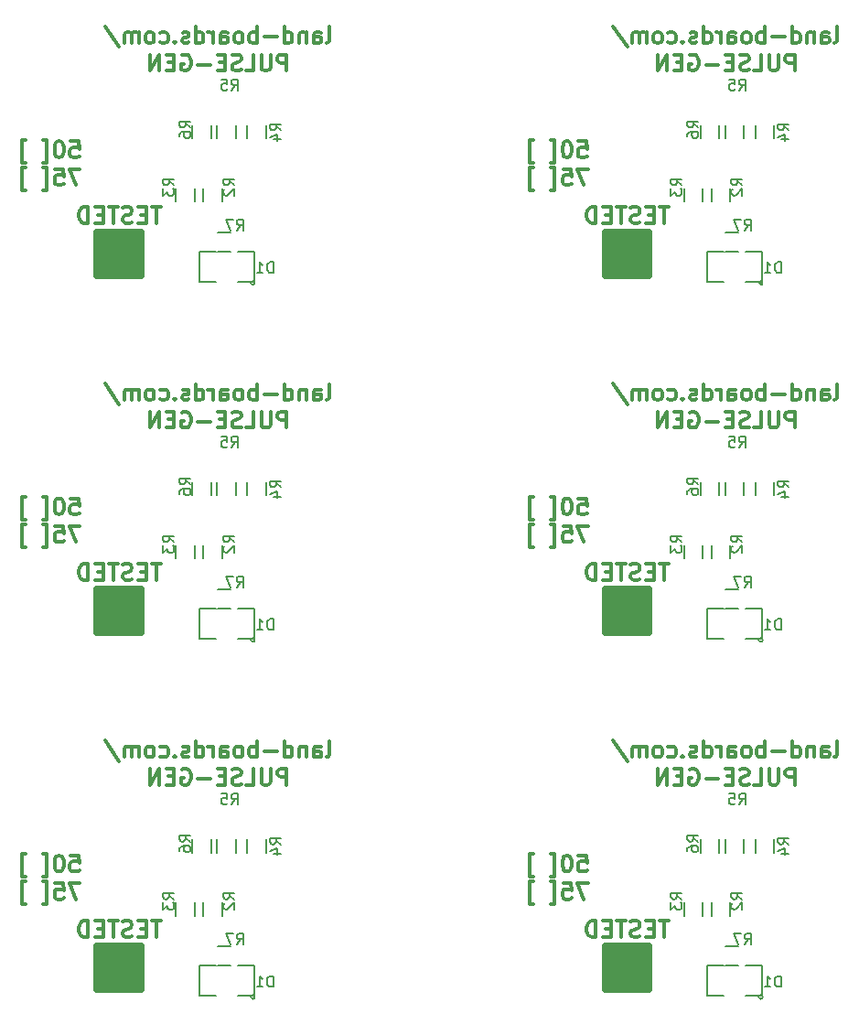
<source format=gbo>
%MOIN*%
%OFA0B0*%
%FSLAX46Y46*%
%IPPOS*%
%LPD*%
%ADD10C,0.011811023622047244*%
%ADD11C,0.005*%
%ADD12C,0.025590551181102365*%
%ADD13C,0.005905511811023622*%
%ADD14C,0.012000000000000002*%
%ADD25C,0.011811023622047244*%
%ADD26C,0.005*%
%ADD27C,0.025590551181102365*%
%ADD28C,0.005905511811023622*%
%ADD29C,0.012000000000000002*%
%ADD30C,0.011811023622047244*%
%ADD31C,0.005*%
%ADD32C,0.025590551181102365*%
%ADD33C,0.005905511811023622*%
%ADD34C,0.012000000000000002*%
%ADD35C,0.011811023622047244*%
%ADD36C,0.005*%
%ADD37C,0.025590551181102365*%
%ADD38C,0.005905511811023622*%
%ADD39C,0.012000000000000002*%
%ADD40C,0.011811023622047244*%
%ADD41C,0.005*%
%ADD42C,0.025590551181102365*%
%ADD43C,0.005905511811023622*%
%ADD44C,0.012000000000000002*%
%ADD45C,0.011811023622047244*%
%ADD46C,0.005*%
%ADD47C,0.025590551181102365*%
%ADD48C,0.005905511811023622*%
%ADD49C,0.012000000000000002*%
G01*
D10*
X0000351518Y0000717575D02*
X0000379640Y0000717575D01*
X0000382452Y0000689454D01*
X0000379640Y0000692266D01*
X0000374015Y0000695078D01*
X0000359954Y0000695078D01*
X0000354330Y0000692266D01*
X0000351518Y0000689454D01*
X0000348706Y0000683830D01*
X0000348706Y0000669769D01*
X0000351518Y0000664145D01*
X0000354330Y0000661332D01*
X0000359954Y0000658520D01*
X0000374015Y0000658520D01*
X0000379640Y0000661332D01*
X0000382452Y0000664145D01*
X0000312148Y0000717575D02*
X0000306524Y0000717575D01*
X0000300899Y0000714763D01*
X0000298087Y0000711951D01*
X0000295275Y0000706327D01*
X0000292463Y0000695078D01*
X0000292463Y0000681018D01*
X0000295275Y0000669769D01*
X0000298087Y0000664145D01*
X0000300899Y0000661332D01*
X0000306524Y0000658520D01*
X0000312148Y0000658520D01*
X0000317772Y0000661332D01*
X0000320584Y0000664145D01*
X0000323397Y0000669769D01*
X0000326209Y0000681018D01*
X0000326209Y0000695078D01*
X0000323397Y0000706327D01*
X0000320584Y0000711951D01*
X0000317772Y0000714763D01*
X0000312148Y0000717575D01*
X0000250281Y0000638835D02*
X0000264341Y0000638835D01*
X0000264341Y0000723200D01*
X0000250281Y0000723200D01*
X0000188413Y0000638835D02*
X0000174353Y0000638835D01*
X0000174353Y0000723200D01*
X0000188413Y0000723200D01*
X0000385264Y0000617182D02*
X0000345894Y0000617182D01*
X0000371203Y0000558127D01*
X0000295275Y0000617182D02*
X0000323397Y0000617182D01*
X0000326209Y0000589060D01*
X0000323397Y0000591872D01*
X0000317772Y0000594685D01*
X0000303712Y0000594685D01*
X0000298087Y0000591872D01*
X0000295275Y0000589060D01*
X0000292463Y0000583436D01*
X0000292463Y0000569375D01*
X0000295275Y0000563751D01*
X0000298087Y0000560939D01*
X0000303712Y0000558127D01*
X0000317772Y0000558127D01*
X0000323397Y0000560939D01*
X0000326209Y0000563751D01*
X0000250281Y0000538442D02*
X0000264341Y0000538442D01*
X0000264341Y0000622806D01*
X0000250281Y0000622806D01*
X0000188413Y0000538442D02*
X0000174353Y0000538442D01*
X0000174353Y0000622806D01*
X0000188413Y0000622806D01*
X0001285106Y0001075135D02*
X0001290731Y0001077947D01*
X0001293543Y0001083571D01*
X0001293543Y0001134190D01*
X0001237300Y0001075135D02*
X0001237300Y0001106068D01*
X0001240112Y0001111692D01*
X0001245736Y0001114505D01*
X0001256985Y0001114505D01*
X0001262609Y0001111692D01*
X0001237300Y0001077947D02*
X0001242924Y0001075135D01*
X0001256985Y0001075135D01*
X0001262609Y0001077947D01*
X0001265421Y0001083571D01*
X0001265421Y0001089195D01*
X0001262609Y0001094820D01*
X0001256985Y0001097632D01*
X0001242924Y0001097632D01*
X0001237300Y0001100444D01*
X0001209178Y0001114505D02*
X0001209178Y0001075135D01*
X0001209178Y0001108880D02*
X0001206366Y0001111692D01*
X0001200742Y0001114505D01*
X0001192305Y0001114505D01*
X0001186681Y0001111692D01*
X0001183869Y0001106068D01*
X0001183869Y0001075135D01*
X0001130438Y0001075135D02*
X0001130438Y0001134190D01*
X0001130438Y0001077947D02*
X0001136062Y0001075135D01*
X0001147311Y0001075135D01*
X0001152935Y0001077947D01*
X0001155748Y0001080759D01*
X0001158560Y0001086383D01*
X0001158560Y0001103256D01*
X0001155748Y0001108880D01*
X0001152935Y0001111692D01*
X0001147311Y0001114505D01*
X0001136062Y0001114505D01*
X0001130438Y0001111692D01*
X0001102317Y0001097632D02*
X0001057322Y0001097632D01*
X0001029201Y0001075135D02*
X0001029201Y0001134190D01*
X0001029201Y0001111692D02*
X0001023577Y0001114505D01*
X0001012328Y0001114505D01*
X0001006704Y0001111692D01*
X0001003892Y0001108880D01*
X0001001079Y0001103256D01*
X0001001079Y0001086383D01*
X0001003892Y0001080759D01*
X0001006704Y0001077947D01*
X0001012328Y0001075135D01*
X0001023577Y0001075135D01*
X0001029201Y0001077947D01*
X0000967334Y0001075135D02*
X0000972958Y0001077947D01*
X0000975770Y0001080759D01*
X0000978582Y0001086383D01*
X0000978582Y0001103256D01*
X0000975770Y0001108880D01*
X0000972958Y0001111692D01*
X0000967334Y0001114505D01*
X0000958897Y0001114505D01*
X0000953273Y0001111692D01*
X0000950461Y0001108880D01*
X0000947649Y0001103256D01*
X0000947649Y0001086383D01*
X0000950461Y0001080759D01*
X0000953273Y0001077947D01*
X0000958897Y0001075135D01*
X0000967334Y0001075135D01*
X0000897030Y0001075135D02*
X0000897030Y0001106068D01*
X0000899842Y0001111692D01*
X0000905466Y0001114505D01*
X0000916715Y0001114505D01*
X0000922339Y0001111692D01*
X0000897030Y0001077947D02*
X0000902654Y0001075135D01*
X0000916715Y0001075135D01*
X0000922339Y0001077947D01*
X0000925151Y0001083571D01*
X0000925151Y0001089195D01*
X0000922339Y0001094820D01*
X0000916715Y0001097632D01*
X0000902654Y0001097632D01*
X0000897030Y0001100444D01*
X0000868908Y0001075135D02*
X0000868908Y0001114505D01*
X0000868908Y0001103256D02*
X0000866096Y0001108880D01*
X0000863284Y0001111692D01*
X0000857660Y0001114505D01*
X0000852035Y0001114505D01*
X0000807041Y0001075135D02*
X0000807041Y0001134190D01*
X0000807041Y0001077947D02*
X0000812665Y0001075135D01*
X0000823914Y0001075135D01*
X0000829538Y0001077947D01*
X0000832350Y0001080759D01*
X0000835163Y0001086383D01*
X0000835163Y0001103256D01*
X0000832350Y0001108880D01*
X0000829538Y0001111692D01*
X0000823914Y0001114505D01*
X0000812665Y0001114505D01*
X0000807041Y0001111692D01*
X0000781732Y0001077947D02*
X0000776107Y0001075135D01*
X0000764859Y0001075135D01*
X0000759235Y0001077947D01*
X0000756422Y0001083571D01*
X0000756422Y0001086383D01*
X0000759235Y0001092007D01*
X0000764859Y0001094820D01*
X0000773295Y0001094820D01*
X0000778920Y0001097632D01*
X0000781732Y0001103256D01*
X0000781732Y0001106068D01*
X0000778920Y0001111692D01*
X0000773295Y0001114505D01*
X0000764859Y0001114505D01*
X0000759235Y0001111692D01*
X0000731113Y0001080759D02*
X0000728301Y0001077947D01*
X0000731113Y0001075135D01*
X0000733925Y0001077947D01*
X0000731113Y0001080759D01*
X0000731113Y0001075135D01*
X0000677682Y0001077947D02*
X0000683307Y0001075135D01*
X0000694555Y0001075135D01*
X0000700179Y0001077947D01*
X0000702992Y0001080759D01*
X0000705804Y0001086383D01*
X0000705804Y0001103256D01*
X0000702992Y0001108880D01*
X0000700179Y0001111692D01*
X0000694555Y0001114505D01*
X0000683307Y0001114505D01*
X0000677682Y0001111692D01*
X0000643937Y0001075135D02*
X0000649561Y0001077947D01*
X0000652373Y0001080759D01*
X0000655185Y0001086383D01*
X0000655185Y0001103256D01*
X0000652373Y0001108880D01*
X0000649561Y0001111692D01*
X0000643937Y0001114505D01*
X0000635500Y0001114505D01*
X0000629876Y0001111692D01*
X0000627064Y0001108880D01*
X0000624251Y0001103256D01*
X0000624251Y0001086383D01*
X0000627064Y0001080759D01*
X0000629876Y0001077947D01*
X0000635500Y0001075135D01*
X0000643937Y0001075135D01*
X0000598942Y0001075135D02*
X0000598942Y0001114505D01*
X0000598942Y0001108880D02*
X0000596130Y0001111692D01*
X0000590506Y0001114505D01*
X0000582069Y0001114505D01*
X0000576445Y0001111692D01*
X0000573633Y0001106068D01*
X0000573633Y0001075135D01*
X0000573633Y0001106068D02*
X0000570821Y0001111692D01*
X0000565196Y0001114505D01*
X0000556760Y0001114505D01*
X0000551136Y0001111692D01*
X0000548323Y0001106068D01*
X0000548323Y0001075135D01*
X0000478020Y0001137002D02*
X0000528638Y0001061074D01*
X0001138875Y0000974741D02*
X0001138875Y0001033796D01*
X0001116377Y0001033796D01*
X0001110753Y0001030984D01*
X0001107941Y0001028172D01*
X0001105129Y0001022547D01*
X0001105129Y0001014111D01*
X0001107941Y0001008487D01*
X0001110753Y0001005674D01*
X0001116377Y0001002862D01*
X0001138875Y0001002862D01*
X0001079820Y0001033796D02*
X0001079820Y0000985989D01*
X0001077007Y0000980365D01*
X0001074195Y0000977553D01*
X0001068571Y0000974741D01*
X0001057322Y0000974741D01*
X0001051698Y0000977553D01*
X0001048886Y0000980365D01*
X0001046074Y0000985989D01*
X0001046074Y0001033796D01*
X0000989831Y0000974741D02*
X0001017952Y0000974741D01*
X0001017952Y0001033796D01*
X0000972958Y0000977553D02*
X0000964521Y0000974741D01*
X0000950461Y0000974741D01*
X0000944836Y0000977553D01*
X0000942024Y0000980365D01*
X0000939212Y0000985989D01*
X0000939212Y0000991614D01*
X0000942024Y0000997238D01*
X0000944836Y0001000050D01*
X0000950461Y0001002862D01*
X0000961709Y0001005674D01*
X0000967334Y0001008487D01*
X0000970146Y0001011299D01*
X0000972958Y0001016923D01*
X0000972958Y0001022547D01*
X0000970146Y0001028172D01*
X0000967334Y0001030984D01*
X0000961709Y0001033796D01*
X0000947649Y0001033796D01*
X0000939212Y0001030984D01*
X0000913903Y0001005674D02*
X0000894218Y0001005674D01*
X0000885781Y0000974741D02*
X0000913903Y0000974741D01*
X0000913903Y0001033796D01*
X0000885781Y0001033796D01*
X0000860472Y0000997238D02*
X0000815478Y0000997238D01*
X0000756422Y0001030984D02*
X0000762047Y0001033796D01*
X0000770483Y0001033796D01*
X0000778920Y0001030984D01*
X0000784544Y0001025359D01*
X0000787356Y0001019735D01*
X0000790168Y0001008487D01*
X0000790168Y0001000050D01*
X0000787356Y0000988802D01*
X0000784544Y0000983177D01*
X0000778920Y0000977553D01*
X0000770483Y0000974741D01*
X0000764859Y0000974741D01*
X0000756422Y0000977553D01*
X0000753610Y0000980365D01*
X0000753610Y0001000050D01*
X0000764859Y0001000050D01*
X0000728301Y0001005674D02*
X0000708616Y0001005674D01*
X0000700179Y0000974741D02*
X0000728301Y0000974741D01*
X0000728301Y0001033796D01*
X0000700179Y0001033796D01*
X0000674870Y0000974741D02*
X0000674870Y0001033796D01*
X0000641124Y0000974741D01*
X0000641124Y0001033796D01*
D11*
X0000820000Y0000316653D02*
X0000880000Y0000316653D01*
X0000820000Y0000206653D02*
X0000820000Y0000316653D01*
X0000880000Y0000206653D02*
X0000820000Y0000206653D01*
X0001020000Y0000206653D02*
X0000960000Y0000206653D01*
X0001020000Y0000316653D02*
X0001020000Y0000206653D01*
X0000960000Y0000316653D02*
X0001020000Y0000316653D01*
X0001022071Y0000201653D02*
G75*
G03*
X0001022071Y0000201653I-0000007071D01*
G01*
D12*
X0000448818Y0000249212D02*
X0000606299Y0000249212D01*
X0000448818Y0000268897D02*
X0000448818Y0000249212D01*
X0000606299Y0000268897D02*
X0000448818Y0000268897D01*
X0000606299Y0000288582D02*
X0000606299Y0000268897D01*
X0000586614Y0000288582D02*
X0000606299Y0000288582D01*
X0000448818Y0000288582D02*
X0000586614Y0000288582D01*
X0000448818Y0000308267D02*
X0000448818Y0000288582D01*
X0000606299Y0000308267D02*
X0000448818Y0000308267D01*
X0000606299Y0000327952D02*
X0000606299Y0000308267D01*
X0000448818Y0000327952D02*
X0000606299Y0000327952D01*
X0000448818Y0000347637D02*
X0000448818Y0000327952D01*
X0000606299Y0000347637D02*
X0000448818Y0000347637D01*
X0000606299Y0000367322D02*
X0000606299Y0000347637D01*
X0000448818Y0000367322D02*
X0000606299Y0000367322D01*
X0000448818Y0000387007D02*
X0000448818Y0000367322D01*
X0000448818Y0000229527D02*
X0000448818Y0000387007D01*
X0000606299Y0000229527D02*
X0000448818Y0000229527D01*
X0000606299Y0000387007D02*
X0000606299Y0000229527D01*
X0000448818Y0000387007D02*
X0000606299Y0000387007D01*
D13*
X0000904448Y0000498031D02*
X0000904448Y0000545275D01*
X0000835551Y0000545275D02*
X0000835551Y0000498031D01*
X0000804448Y0000498031D02*
X0000804448Y0000545275D01*
X0000735551Y0000545275D02*
X0000735551Y0000498031D01*
X0000995551Y0000775275D02*
X0000995551Y0000728031D01*
X0001064448Y0000728031D02*
X0001064448Y0000775275D01*
X0000885551Y0000775275D02*
X0000885551Y0000728031D01*
X0000954448Y0000728031D02*
X0000954448Y0000775275D01*
X0000795551Y0000775275D02*
X0000795551Y0000728031D01*
X0000864448Y0000728031D02*
X0000864448Y0000775275D01*
X0000886377Y0000317204D02*
X0000933622Y0000317204D01*
X0000933622Y0000386102D02*
X0000886377Y0000386102D01*
X0001089058Y0000238843D02*
X0001089058Y0000278213D01*
X0001079685Y0000278213D01*
X0001074060Y0000276338D01*
X0001070311Y0000272589D01*
X0001068436Y0000268839D01*
X0001066561Y0000261340D01*
X0001066561Y0000255716D01*
X0001068436Y0000248217D01*
X0001070311Y0000244467D01*
X0001074060Y0000240718D01*
X0001079685Y0000238843D01*
X0001089058Y0000238843D01*
X0001029066Y0000238843D02*
X0001051563Y0000238843D01*
X0001040314Y0000238843D02*
X0001040314Y0000278213D01*
X0001044064Y0000272589D01*
X0001047814Y0000268839D01*
X0001051563Y0000266964D01*
D14*
X0000680416Y0000478920D02*
X0000646130Y0000478920D01*
X0000663273Y0000418920D02*
X0000663273Y0000478920D01*
X0000626130Y0000450348D02*
X0000606130Y0000450348D01*
X0000597559Y0000418920D02*
X0000626130Y0000418920D01*
X0000626130Y0000478920D01*
X0000597559Y0000478920D01*
X0000574701Y0000421777D02*
X0000566130Y0000418920D01*
X0000551844Y0000418920D01*
X0000546130Y0000421777D01*
X0000543273Y0000424634D01*
X0000540416Y0000430348D01*
X0000540416Y0000436062D01*
X0000543273Y0000441777D01*
X0000546130Y0000444634D01*
X0000551844Y0000447491D01*
X0000563273Y0000450348D01*
X0000568987Y0000453205D01*
X0000571844Y0000456062D01*
X0000574701Y0000461777D01*
X0000574701Y0000467491D01*
X0000571844Y0000473205D01*
X0000568987Y0000476062D01*
X0000563273Y0000478920D01*
X0000548987Y0000478920D01*
X0000540416Y0000476062D01*
X0000523273Y0000478920D02*
X0000488987Y0000478920D01*
X0000506130Y0000418920D02*
X0000506130Y0000478920D01*
X0000468987Y0000450348D02*
X0000448987Y0000450348D01*
X0000440416Y0000418920D02*
X0000468987Y0000418920D01*
X0000468987Y0000478920D01*
X0000440416Y0000478920D01*
X0000414701Y0000418920D02*
X0000414701Y0000478920D01*
X0000400416Y0000478920D01*
X0000391844Y0000476062D01*
X0000386130Y0000470348D01*
X0000383273Y0000464634D01*
X0000380416Y0000453205D01*
X0000380416Y0000444634D01*
X0000383273Y0000433205D01*
X0000386130Y0000427491D01*
X0000391844Y0000421777D01*
X0000400416Y0000418920D01*
X0000414701Y0000418920D01*
D13*
X0000947810Y0000558215D02*
X0000929062Y0000571338D01*
X0000947810Y0000580712D02*
X0000908440Y0000580712D01*
X0000908440Y0000565714D01*
X0000910314Y0000561964D01*
X0000912189Y0000560090D01*
X0000915939Y0000558215D01*
X0000921563Y0000558215D01*
X0000925313Y0000560090D01*
X0000927187Y0000561964D01*
X0000929062Y0000565714D01*
X0000929062Y0000580712D01*
X0000912189Y0000543217D02*
X0000910314Y0000541342D01*
X0000908440Y0000537592D01*
X0000908440Y0000528218D01*
X0000910314Y0000524469D01*
X0000912189Y0000522594D01*
X0000915939Y0000520719D01*
X0000919688Y0000520719D01*
X0000925313Y0000522594D01*
X0000947810Y0000545091D01*
X0000947810Y0000520719D01*
X0000727810Y0000558215D02*
X0000709062Y0000571338D01*
X0000727810Y0000580712D02*
X0000688440Y0000580712D01*
X0000688440Y0000565714D01*
X0000690314Y0000561964D01*
X0000692189Y0000560090D01*
X0000695939Y0000558215D01*
X0000701563Y0000558215D01*
X0000705313Y0000560090D01*
X0000707187Y0000561964D01*
X0000709062Y0000565714D01*
X0000709062Y0000580712D01*
X0000688440Y0000545091D02*
X0000688440Y0000520719D01*
X0000703438Y0000533843D01*
X0000703438Y0000528218D01*
X0000705313Y0000524469D01*
X0000707187Y0000522594D01*
X0000710937Y0000520719D01*
X0000720311Y0000520719D01*
X0000724060Y0000522594D01*
X0000725935Y0000524469D01*
X0000727810Y0000528218D01*
X0000727810Y0000539467D01*
X0000725935Y0000543217D01*
X0000724060Y0000545091D01*
X0001117810Y0000758215D02*
X0001099062Y0000771338D01*
X0001117810Y0000780712D02*
X0001078440Y0000780712D01*
X0001078440Y0000765714D01*
X0001080314Y0000761964D01*
X0001082189Y0000760090D01*
X0001085939Y0000758215D01*
X0001091563Y0000758215D01*
X0001095313Y0000760090D01*
X0001097187Y0000761964D01*
X0001099062Y0000765714D01*
X0001099062Y0000780712D01*
X0001091563Y0000724469D02*
X0001117810Y0000724469D01*
X0001076565Y0000733843D02*
X0001104686Y0000743217D01*
X0001104686Y0000718845D01*
X0000936561Y0000903843D02*
X0000949685Y0000922590D01*
X0000959058Y0000903843D02*
X0000959058Y0000943213D01*
X0000944060Y0000943213D01*
X0000940311Y0000941338D01*
X0000938436Y0000939463D01*
X0000936561Y0000935714D01*
X0000936561Y0000930090D01*
X0000938436Y0000926340D01*
X0000940311Y0000924465D01*
X0000944060Y0000922590D01*
X0000959058Y0000922590D01*
X0000900941Y0000943213D02*
X0000919688Y0000943213D01*
X0000921563Y0000924465D01*
X0000919688Y0000926340D01*
X0000915939Y0000928215D01*
X0000906565Y0000928215D01*
X0000902815Y0000926340D01*
X0000900941Y0000924465D01*
X0000899066Y0000920716D01*
X0000899066Y0000911342D01*
X0000900941Y0000907592D01*
X0000902815Y0000905718D01*
X0000906565Y0000903843D01*
X0000915939Y0000903843D01*
X0000919688Y0000905718D01*
X0000921563Y0000907592D01*
X0000787810Y0000768215D02*
X0000769062Y0000781338D01*
X0000787810Y0000790712D02*
X0000748440Y0000790712D01*
X0000748440Y0000775714D01*
X0000750314Y0000771964D01*
X0000752189Y0000770090D01*
X0000755939Y0000768215D01*
X0000761563Y0000768215D01*
X0000765313Y0000770090D01*
X0000767187Y0000771964D01*
X0000769062Y0000775714D01*
X0000769062Y0000790712D01*
X0000748440Y0000734469D02*
X0000748440Y0000741968D01*
X0000750314Y0000745718D01*
X0000752189Y0000747592D01*
X0000757814Y0000751342D01*
X0000765313Y0000753217D01*
X0000780311Y0000753217D01*
X0000784060Y0000751342D01*
X0000785935Y0000749467D01*
X0000787810Y0000745718D01*
X0000787810Y0000738218D01*
X0000785935Y0000734469D01*
X0000784060Y0000732594D01*
X0000780311Y0000730719D01*
X0000770937Y0000730719D01*
X0000767187Y0000732594D01*
X0000765313Y0000734469D01*
X0000763438Y0000738218D01*
X0000763438Y0000745718D01*
X0000765313Y0000749467D01*
X0000767187Y0000751342D01*
X0000770937Y0000753217D01*
X0000956561Y0000393843D02*
X0000969685Y0000412590D01*
X0000979058Y0000393843D02*
X0000979058Y0000433213D01*
X0000964060Y0000433213D01*
X0000960311Y0000431338D01*
X0000958436Y0000429463D01*
X0000956561Y0000425714D01*
X0000956561Y0000420090D01*
X0000958436Y0000416340D01*
X0000960311Y0000414465D01*
X0000964060Y0000412590D01*
X0000979058Y0000412590D01*
X0000943438Y0000433213D02*
X0000917191Y0000433213D01*
X0000934064Y0000393843D01*
G04 next file*
G04 Gerber Fmt 4.6, Leading zero omitted, Abs format (unit mm)*
G04 Created by KiCad (PCBNEW (5.1.10)-1) date 2021-09-19 13:47:21*
G01*
G04 APERTURE LIST*
G04 APERTURE END LIST*
D25*
X0002201912Y0000717575D02*
X0002230033Y0000717575D01*
X0002232845Y0000689454D01*
X0002230033Y0000692266D01*
X0002224409Y0000695078D01*
X0002210348Y0000695078D01*
X0002204724Y0000692266D01*
X0002201912Y0000689454D01*
X0002199100Y0000683830D01*
X0002199100Y0000669769D01*
X0002201912Y0000664145D01*
X0002204724Y0000661332D01*
X0002210348Y0000658520D01*
X0002224409Y0000658520D01*
X0002230033Y0000661332D01*
X0002232845Y0000664145D01*
X0002162542Y0000717575D02*
X0002156917Y0000717575D01*
X0002151293Y0000714763D01*
X0002148481Y0000711951D01*
X0002145669Y0000706327D01*
X0002142857Y0000695078D01*
X0002142857Y0000681018D01*
X0002145669Y0000669769D01*
X0002148481Y0000664145D01*
X0002151293Y0000661332D01*
X0002156917Y0000658520D01*
X0002162542Y0000658520D01*
X0002168166Y0000661332D01*
X0002170978Y0000664145D01*
X0002173790Y0000669769D01*
X0002176602Y0000681018D01*
X0002176602Y0000695078D01*
X0002173790Y0000706327D01*
X0002170978Y0000711951D01*
X0002168166Y0000714763D01*
X0002162542Y0000717575D01*
X0002100674Y0000638835D02*
X0002114735Y0000638835D01*
X0002114735Y0000723200D01*
X0002100674Y0000723200D01*
X0002038807Y0000638835D02*
X0002024746Y0000638835D01*
X0002024746Y0000723200D01*
X0002038807Y0000723200D01*
X0002235658Y0000617182D02*
X0002196287Y0000617182D01*
X0002221597Y0000558127D01*
X0002145669Y0000617182D02*
X0002173790Y0000617182D01*
X0002176602Y0000589060D01*
X0002173790Y0000591872D01*
X0002168166Y0000594685D01*
X0002154105Y0000594685D01*
X0002148481Y0000591872D01*
X0002145669Y0000589060D01*
X0002142857Y0000583436D01*
X0002142857Y0000569375D01*
X0002145669Y0000563751D01*
X0002148481Y0000560939D01*
X0002154105Y0000558127D01*
X0002168166Y0000558127D01*
X0002173790Y0000560939D01*
X0002176602Y0000563751D01*
X0002100674Y0000538442D02*
X0002114735Y0000538442D01*
X0002114735Y0000622806D01*
X0002100674Y0000622806D01*
X0002038807Y0000538442D02*
X0002024746Y0000538442D01*
X0002024746Y0000622806D01*
X0002038807Y0000622806D01*
X0003135500Y0001075135D02*
X0003141124Y0001077947D01*
X0003143937Y0001083571D01*
X0003143937Y0001134190D01*
X0003087693Y0001075135D02*
X0003087693Y0001106068D01*
X0003090506Y0001111692D01*
X0003096130Y0001114505D01*
X0003107379Y0001114505D01*
X0003113003Y0001111692D01*
X0003087693Y0001077947D02*
X0003093318Y0001075135D01*
X0003107379Y0001075135D01*
X0003113003Y0001077947D01*
X0003115815Y0001083571D01*
X0003115815Y0001089195D01*
X0003113003Y0001094820D01*
X0003107379Y0001097632D01*
X0003093318Y0001097632D01*
X0003087693Y0001100444D01*
X0003059572Y0001114505D02*
X0003059572Y0001075135D01*
X0003059572Y0001108880D02*
X0003056760Y0001111692D01*
X0003051136Y0001114505D01*
X0003042699Y0001114505D01*
X0003037075Y0001111692D01*
X0003034263Y0001106068D01*
X0003034263Y0001075135D01*
X0002980832Y0001075135D02*
X0002980832Y0001134190D01*
X0002980832Y0001077947D02*
X0002986456Y0001075135D01*
X0002997705Y0001075135D01*
X0003003329Y0001077947D01*
X0003006141Y0001080759D01*
X0003008953Y0001086383D01*
X0003008953Y0001103256D01*
X0003006141Y0001108880D01*
X0003003329Y0001111692D01*
X0002997705Y0001114505D01*
X0002986456Y0001114505D01*
X0002980832Y0001111692D01*
X0002952710Y0001097632D02*
X0002907716Y0001097632D01*
X0002879595Y0001075135D02*
X0002879595Y0001134190D01*
X0002879595Y0001111692D02*
X0002873970Y0001114505D01*
X0002862722Y0001114505D01*
X0002857097Y0001111692D01*
X0002854285Y0001108880D01*
X0002851473Y0001103256D01*
X0002851473Y0001086383D01*
X0002854285Y0001080759D01*
X0002857097Y0001077947D01*
X0002862722Y0001075135D01*
X0002873970Y0001075135D01*
X0002879595Y0001077947D01*
X0002817727Y0001075135D02*
X0002823352Y0001077947D01*
X0002826164Y0001080759D01*
X0002828976Y0001086383D01*
X0002828976Y0001103256D01*
X0002826164Y0001108880D01*
X0002823352Y0001111692D01*
X0002817727Y0001114505D01*
X0002809291Y0001114505D01*
X0002803667Y0001111692D01*
X0002800854Y0001108880D01*
X0002798042Y0001103256D01*
X0002798042Y0001086383D01*
X0002800854Y0001080759D01*
X0002803667Y0001077947D01*
X0002809291Y0001075135D01*
X0002817727Y0001075135D01*
X0002747424Y0001075135D02*
X0002747424Y0001106068D01*
X0002750236Y0001111692D01*
X0002755860Y0001114505D01*
X0002767109Y0001114505D01*
X0002772733Y0001111692D01*
X0002747424Y0001077947D02*
X0002753048Y0001075135D01*
X0002767109Y0001075135D01*
X0002772733Y0001077947D01*
X0002775545Y0001083571D01*
X0002775545Y0001089195D01*
X0002772733Y0001094820D01*
X0002767109Y0001097632D01*
X0002753048Y0001097632D01*
X0002747424Y0001100444D01*
X0002719302Y0001075135D02*
X0002719302Y0001114505D01*
X0002719302Y0001103256D02*
X0002716490Y0001108880D01*
X0002713678Y0001111692D01*
X0002708053Y0001114505D01*
X0002702429Y0001114505D01*
X0002657435Y0001075135D02*
X0002657435Y0001134190D01*
X0002657435Y0001077947D02*
X0002663059Y0001075135D01*
X0002674308Y0001075135D01*
X0002679932Y0001077947D01*
X0002682744Y0001080759D01*
X0002685556Y0001086383D01*
X0002685556Y0001103256D01*
X0002682744Y0001108880D01*
X0002679932Y0001111692D01*
X0002674308Y0001114505D01*
X0002663059Y0001114505D01*
X0002657435Y0001111692D01*
X0002632125Y0001077947D02*
X0002626501Y0001075135D01*
X0002615253Y0001075135D01*
X0002609628Y0001077947D01*
X0002606816Y0001083571D01*
X0002606816Y0001086383D01*
X0002609628Y0001092007D01*
X0002615253Y0001094820D01*
X0002623689Y0001094820D01*
X0002629313Y0001097632D01*
X0002632125Y0001103256D01*
X0002632125Y0001106068D01*
X0002629313Y0001111692D01*
X0002623689Y0001114505D01*
X0002615253Y0001114505D01*
X0002609628Y0001111692D01*
X0002581507Y0001080759D02*
X0002578695Y0001077947D01*
X0002581507Y0001075135D01*
X0002584319Y0001077947D01*
X0002581507Y0001080759D01*
X0002581507Y0001075135D01*
X0002528076Y0001077947D02*
X0002533700Y0001075135D01*
X0002544949Y0001075135D01*
X0002550573Y0001077947D01*
X0002553385Y0001080759D01*
X0002556197Y0001086383D01*
X0002556197Y0001103256D01*
X0002553385Y0001108880D01*
X0002550573Y0001111692D01*
X0002544949Y0001114505D01*
X0002533700Y0001114505D01*
X0002528076Y0001111692D01*
X0002494330Y0001075135D02*
X0002499955Y0001077947D01*
X0002502767Y0001080759D01*
X0002505579Y0001086383D01*
X0002505579Y0001103256D01*
X0002502767Y0001108880D01*
X0002499955Y0001111692D01*
X0002494330Y0001114505D01*
X0002485894Y0001114505D01*
X0002480269Y0001111692D01*
X0002477457Y0001108880D01*
X0002474645Y0001103256D01*
X0002474645Y0001086383D01*
X0002477457Y0001080759D01*
X0002480269Y0001077947D01*
X0002485894Y0001075135D01*
X0002494330Y0001075135D01*
X0002449336Y0001075135D02*
X0002449336Y0001114505D01*
X0002449336Y0001108880D02*
X0002446524Y0001111692D01*
X0002440899Y0001114505D01*
X0002432463Y0001114505D01*
X0002426839Y0001111692D01*
X0002424026Y0001106068D01*
X0002424026Y0001075135D01*
X0002424026Y0001106068D02*
X0002421214Y0001111692D01*
X0002415590Y0001114505D01*
X0002407154Y0001114505D01*
X0002401529Y0001111692D01*
X0002398717Y0001106068D01*
X0002398717Y0001075135D01*
X0002328413Y0001137002D02*
X0002379032Y0001061074D01*
X0002989268Y0000974741D02*
X0002989268Y0001033796D01*
X0002966771Y0001033796D01*
X0002961147Y0001030984D01*
X0002958335Y0001028172D01*
X0002955523Y0001022547D01*
X0002955523Y0001014111D01*
X0002958335Y0001008487D01*
X0002961147Y0001005674D01*
X0002966771Y0001002862D01*
X0002989268Y0001002862D01*
X0002930213Y0001033796D02*
X0002930213Y0000985989D01*
X0002927401Y0000980365D01*
X0002924589Y0000977553D01*
X0002918965Y0000974741D01*
X0002907716Y0000974741D01*
X0002902092Y0000977553D01*
X0002899280Y0000980365D01*
X0002896467Y0000985989D01*
X0002896467Y0001033796D01*
X0002840224Y0000974741D02*
X0002868346Y0000974741D01*
X0002868346Y0001033796D01*
X0002823352Y0000977553D02*
X0002814915Y0000974741D01*
X0002800854Y0000974741D01*
X0002795230Y0000977553D01*
X0002792418Y0000980365D01*
X0002789606Y0000985989D01*
X0002789606Y0000991614D01*
X0002792418Y0000997238D01*
X0002795230Y0001000050D01*
X0002800854Y0001002862D01*
X0002812103Y0001005674D01*
X0002817727Y0001008487D01*
X0002820539Y0001011299D01*
X0002823352Y0001016923D01*
X0002823352Y0001022547D01*
X0002820539Y0001028172D01*
X0002817727Y0001030984D01*
X0002812103Y0001033796D01*
X0002798042Y0001033796D01*
X0002789606Y0001030984D01*
X0002764296Y0001005674D02*
X0002744611Y0001005674D01*
X0002736175Y0000974741D02*
X0002764296Y0000974741D01*
X0002764296Y0001033796D01*
X0002736175Y0001033796D01*
X0002710866Y0000997238D02*
X0002665871Y0000997238D01*
X0002606816Y0001030984D02*
X0002612440Y0001033796D01*
X0002620877Y0001033796D01*
X0002629313Y0001030984D01*
X0002634938Y0001025359D01*
X0002637750Y0001019735D01*
X0002640562Y0001008487D01*
X0002640562Y0001000050D01*
X0002637750Y0000988802D01*
X0002634938Y0000983177D01*
X0002629313Y0000977553D01*
X0002620877Y0000974741D01*
X0002615253Y0000974741D01*
X0002606816Y0000977553D01*
X0002604004Y0000980365D01*
X0002604004Y0001000050D01*
X0002615253Y0001000050D01*
X0002578695Y0001005674D02*
X0002559010Y0001005674D01*
X0002550573Y0000974741D02*
X0002578695Y0000974741D01*
X0002578695Y0001033796D01*
X0002550573Y0001033796D01*
X0002525264Y0000974741D02*
X0002525264Y0001033796D01*
X0002491518Y0000974741D01*
X0002491518Y0001033796D01*
D26*
X0002670393Y0000316653D02*
X0002730393Y0000316653D01*
X0002670393Y0000206653D02*
X0002670393Y0000316653D01*
X0002730393Y0000206653D02*
X0002670393Y0000206653D01*
X0002870393Y0000206653D02*
X0002810393Y0000206653D01*
X0002870393Y0000316653D02*
X0002870393Y0000206653D01*
X0002810393Y0000316653D02*
X0002870393Y0000316653D01*
X0002872464Y0000201653D02*
G75*
G03*
X0002872464Y0000201653I-0000007071D01*
G01*
D27*
X0002299212Y0000249212D02*
X0002456692Y0000249212D01*
X0002299212Y0000268897D02*
X0002299212Y0000249212D01*
X0002456692Y0000268897D02*
X0002299212Y0000268897D01*
X0002456692Y0000288582D02*
X0002456692Y0000268897D01*
X0002437007Y0000288582D02*
X0002456692Y0000288582D01*
X0002299212Y0000288582D02*
X0002437007Y0000288582D01*
X0002299212Y0000308267D02*
X0002299212Y0000288582D01*
X0002456692Y0000308267D02*
X0002299212Y0000308267D01*
X0002456692Y0000327952D02*
X0002456692Y0000308267D01*
X0002299212Y0000327952D02*
X0002456692Y0000327952D01*
X0002299212Y0000347637D02*
X0002299212Y0000327952D01*
X0002456692Y0000347637D02*
X0002299212Y0000347637D01*
X0002456692Y0000367322D02*
X0002456692Y0000347637D01*
X0002299212Y0000367322D02*
X0002456692Y0000367322D01*
X0002299212Y0000387007D02*
X0002299212Y0000367322D01*
X0002299212Y0000229527D02*
X0002299212Y0000387007D01*
X0002456692Y0000229527D02*
X0002299212Y0000229527D01*
X0002456692Y0000387007D02*
X0002456692Y0000229527D01*
X0002299212Y0000387007D02*
X0002456692Y0000387007D01*
D28*
X0002754842Y0000498031D02*
X0002754842Y0000545275D01*
X0002685944Y0000545275D02*
X0002685944Y0000498031D01*
X0002654842Y0000498031D02*
X0002654842Y0000545275D01*
X0002585944Y0000545275D02*
X0002585944Y0000498031D01*
X0002845944Y0000775275D02*
X0002845944Y0000728031D01*
X0002914842Y0000728031D02*
X0002914842Y0000775275D01*
X0002735944Y0000775275D02*
X0002735944Y0000728031D01*
X0002804842Y0000728031D02*
X0002804842Y0000775275D01*
X0002645944Y0000775275D02*
X0002645944Y0000728031D01*
X0002714842Y0000728031D02*
X0002714842Y0000775275D01*
X0002736771Y0000317204D02*
X0002784015Y0000317204D01*
X0002784015Y0000386102D02*
X0002736771Y0000386102D01*
X0002939452Y0000238843D02*
X0002939452Y0000278213D01*
X0002930078Y0000278213D01*
X0002924454Y0000276338D01*
X0002920704Y0000272589D01*
X0002918830Y0000268839D01*
X0002916955Y0000261340D01*
X0002916955Y0000255716D01*
X0002918830Y0000248217D01*
X0002920704Y0000244467D01*
X0002924454Y0000240718D01*
X0002930078Y0000238843D01*
X0002939452Y0000238843D01*
X0002879460Y0000238843D02*
X0002901957Y0000238843D01*
X0002890708Y0000238843D02*
X0002890708Y0000278213D01*
X0002894458Y0000272589D01*
X0002898207Y0000268839D01*
X0002901957Y0000266964D01*
D29*
X0002530809Y0000478920D02*
X0002496524Y0000478920D01*
X0002513667Y0000418920D02*
X0002513667Y0000478920D01*
X0002476524Y0000450348D02*
X0002456524Y0000450348D01*
X0002447952Y0000418920D02*
X0002476524Y0000418920D01*
X0002476524Y0000478920D01*
X0002447952Y0000478920D01*
X0002425095Y0000421777D02*
X0002416524Y0000418920D01*
X0002402238Y0000418920D01*
X0002396524Y0000421777D01*
X0002393667Y0000424634D01*
X0002390809Y0000430348D01*
X0002390809Y0000436062D01*
X0002393667Y0000441777D01*
X0002396524Y0000444634D01*
X0002402238Y0000447491D01*
X0002413667Y0000450348D01*
X0002419381Y0000453205D01*
X0002422238Y0000456062D01*
X0002425095Y0000461777D01*
X0002425095Y0000467491D01*
X0002422238Y0000473205D01*
X0002419381Y0000476062D01*
X0002413667Y0000478920D01*
X0002399381Y0000478920D01*
X0002390809Y0000476062D01*
X0002373667Y0000478920D02*
X0002339381Y0000478920D01*
X0002356524Y0000418920D02*
X0002356524Y0000478920D01*
X0002319381Y0000450348D02*
X0002299381Y0000450348D01*
X0002290809Y0000418920D02*
X0002319381Y0000418920D01*
X0002319381Y0000478920D01*
X0002290809Y0000478920D01*
X0002265095Y0000418920D02*
X0002265095Y0000478920D01*
X0002250809Y0000478920D01*
X0002242238Y0000476062D01*
X0002236524Y0000470348D01*
X0002233666Y0000464634D01*
X0002230809Y0000453205D01*
X0002230809Y0000444634D01*
X0002233666Y0000433205D01*
X0002236524Y0000427491D01*
X0002242238Y0000421777D01*
X0002250809Y0000418920D01*
X0002265095Y0000418920D01*
D28*
X0002798203Y0000558215D02*
X0002779456Y0000571338D01*
X0002798203Y0000580712D02*
X0002758833Y0000580712D01*
X0002758833Y0000565714D01*
X0002760708Y0000561964D01*
X0002762583Y0000560090D01*
X0002766332Y0000558215D01*
X0002771957Y0000558215D01*
X0002775706Y0000560090D01*
X0002777581Y0000561964D01*
X0002779456Y0000565714D01*
X0002779456Y0000580712D01*
X0002762583Y0000543217D02*
X0002760708Y0000541342D01*
X0002758833Y0000537592D01*
X0002758833Y0000528218D01*
X0002760708Y0000524469D01*
X0002762583Y0000522594D01*
X0002766332Y0000520719D01*
X0002770082Y0000520719D01*
X0002775706Y0000522594D01*
X0002798203Y0000545091D01*
X0002798203Y0000520719D01*
X0002578203Y0000558215D02*
X0002559456Y0000571338D01*
X0002578203Y0000580712D02*
X0002538833Y0000580712D01*
X0002538833Y0000565714D01*
X0002540708Y0000561964D01*
X0002542583Y0000560090D01*
X0002546332Y0000558215D01*
X0002551957Y0000558215D01*
X0002555706Y0000560090D01*
X0002557581Y0000561964D01*
X0002559456Y0000565714D01*
X0002559456Y0000580712D01*
X0002538833Y0000545091D02*
X0002538833Y0000520719D01*
X0002553832Y0000533843D01*
X0002553832Y0000528218D01*
X0002555706Y0000524469D01*
X0002557581Y0000522594D01*
X0002561331Y0000520719D01*
X0002570704Y0000520719D01*
X0002574454Y0000522594D01*
X0002576329Y0000524469D01*
X0002578203Y0000528218D01*
X0002578203Y0000539467D01*
X0002576329Y0000543217D01*
X0002574454Y0000545091D01*
X0002968203Y0000758215D02*
X0002949456Y0000771338D01*
X0002968203Y0000780712D02*
X0002928833Y0000780712D01*
X0002928833Y0000765714D01*
X0002930708Y0000761964D01*
X0002932583Y0000760090D01*
X0002936332Y0000758215D01*
X0002941957Y0000758215D01*
X0002945706Y0000760090D01*
X0002947581Y0000761964D01*
X0002949456Y0000765714D01*
X0002949456Y0000780712D01*
X0002941957Y0000724469D02*
X0002968203Y0000724469D01*
X0002926959Y0000733843D02*
X0002955080Y0000743217D01*
X0002955080Y0000718845D01*
X0002786955Y0000903843D02*
X0002800078Y0000922590D01*
X0002809452Y0000903843D02*
X0002809452Y0000943213D01*
X0002794454Y0000943213D01*
X0002790704Y0000941338D01*
X0002788830Y0000939463D01*
X0002786955Y0000935714D01*
X0002786955Y0000930090D01*
X0002788830Y0000926340D01*
X0002790704Y0000924465D01*
X0002794454Y0000922590D01*
X0002809452Y0000922590D01*
X0002751334Y0000943213D02*
X0002770082Y0000943213D01*
X0002771957Y0000924465D01*
X0002770082Y0000926340D01*
X0002766332Y0000928215D01*
X0002756959Y0000928215D01*
X0002753209Y0000926340D01*
X0002751334Y0000924465D01*
X0002749460Y0000920716D01*
X0002749460Y0000911342D01*
X0002751334Y0000907592D01*
X0002753209Y0000905718D01*
X0002756959Y0000903843D01*
X0002766332Y0000903843D01*
X0002770082Y0000905718D01*
X0002771957Y0000907592D01*
X0002638203Y0000768215D02*
X0002619456Y0000781338D01*
X0002638203Y0000790712D02*
X0002598833Y0000790712D01*
X0002598833Y0000775714D01*
X0002600708Y0000771964D01*
X0002602583Y0000770090D01*
X0002606332Y0000768215D01*
X0002611957Y0000768215D01*
X0002615706Y0000770090D01*
X0002617581Y0000771964D01*
X0002619456Y0000775714D01*
X0002619456Y0000790712D01*
X0002598833Y0000734469D02*
X0002598833Y0000741968D01*
X0002600708Y0000745718D01*
X0002602583Y0000747592D01*
X0002608207Y0000751342D01*
X0002615706Y0000753217D01*
X0002630704Y0000753217D01*
X0002634454Y0000751342D01*
X0002636329Y0000749467D01*
X0002638203Y0000745718D01*
X0002638203Y0000738218D01*
X0002636329Y0000734469D01*
X0002634454Y0000732594D01*
X0002630704Y0000730719D01*
X0002621331Y0000730719D01*
X0002617581Y0000732594D01*
X0002615706Y0000734469D01*
X0002613832Y0000738218D01*
X0002613832Y0000745718D01*
X0002615706Y0000749467D01*
X0002617581Y0000751342D01*
X0002621331Y0000753217D01*
X0002806955Y0000393843D02*
X0002820078Y0000412590D01*
X0002829452Y0000393843D02*
X0002829452Y0000433213D01*
X0002814454Y0000433213D01*
X0002810704Y0000431338D01*
X0002808830Y0000429463D01*
X0002806955Y0000425714D01*
X0002806955Y0000420090D01*
X0002808830Y0000416340D01*
X0002810704Y0000414465D01*
X0002814454Y0000412590D01*
X0002829452Y0000412590D01*
X0002793832Y0000433213D02*
X0002767585Y0000433213D01*
X0002784458Y0000393843D01*
G04 next file*
G04 Gerber Fmt 4.6, Leading zero omitted, Abs format (unit mm)*
G04 Created by KiCad (PCBNEW (5.1.10)-1) date 2021-09-19 13:47:21*
G01*
G04 APERTURE LIST*
G04 APERTURE END LIST*
D30*
X0000351518Y0002017969D02*
X0000379640Y0002017969D01*
X0000382452Y0001989848D01*
X0000379640Y0001992660D01*
X0000374015Y0001995472D01*
X0000359954Y0001995472D01*
X0000354330Y0001992660D01*
X0000351518Y0001989848D01*
X0000348706Y0001984223D01*
X0000348706Y0001970163D01*
X0000351518Y0001964538D01*
X0000354330Y0001961726D01*
X0000359954Y0001958914D01*
X0000374015Y0001958914D01*
X0000379640Y0001961726D01*
X0000382452Y0001964538D01*
X0000312148Y0002017969D02*
X0000306524Y0002017969D01*
X0000300899Y0002015157D01*
X0000298087Y0002012345D01*
X0000295275Y0002006721D01*
X0000292463Y0001995472D01*
X0000292463Y0001981411D01*
X0000295275Y0001970163D01*
X0000298087Y0001964538D01*
X0000300899Y0001961726D01*
X0000306524Y0001958914D01*
X0000312148Y0001958914D01*
X0000317772Y0001961726D01*
X0000320584Y0001964538D01*
X0000323397Y0001970163D01*
X0000326209Y0001981411D01*
X0000326209Y0001995472D01*
X0000323397Y0002006721D01*
X0000320584Y0002012345D01*
X0000317772Y0002015157D01*
X0000312148Y0002017969D01*
X0000250281Y0001939229D02*
X0000264341Y0001939229D01*
X0000264341Y0002023593D01*
X0000250281Y0002023593D01*
X0000188413Y0001939229D02*
X0000174353Y0001939229D01*
X0000174353Y0002023593D01*
X0000188413Y0002023593D01*
X0000385264Y0001917575D02*
X0000345894Y0001917575D01*
X0000371203Y0001858520D01*
X0000295275Y0001917575D02*
X0000323397Y0001917575D01*
X0000326209Y0001889454D01*
X0000323397Y0001892266D01*
X0000317772Y0001895078D01*
X0000303712Y0001895078D01*
X0000298087Y0001892266D01*
X0000295275Y0001889454D01*
X0000292463Y0001883830D01*
X0000292463Y0001869769D01*
X0000295275Y0001864145D01*
X0000298087Y0001861332D01*
X0000303712Y0001858520D01*
X0000317772Y0001858520D01*
X0000323397Y0001861332D01*
X0000326209Y0001864145D01*
X0000250281Y0001838835D02*
X0000264341Y0001838835D01*
X0000264341Y0001923200D01*
X0000250281Y0001923200D01*
X0000188413Y0001838835D02*
X0000174353Y0001838835D01*
X0000174353Y0001923200D01*
X0000188413Y0001923200D01*
X0001285106Y0002375528D02*
X0001290731Y0002378340D01*
X0001293543Y0002383965D01*
X0001293543Y0002434583D01*
X0001237300Y0002375528D02*
X0001237300Y0002406462D01*
X0001240112Y0002412086D01*
X0001245736Y0002414898D01*
X0001256985Y0002414898D01*
X0001262609Y0002412086D01*
X0001237300Y0002378340D02*
X0001242924Y0002375528D01*
X0001256985Y0002375528D01*
X0001262609Y0002378340D01*
X0001265421Y0002383965D01*
X0001265421Y0002389589D01*
X0001262609Y0002395213D01*
X0001256985Y0002398025D01*
X0001242924Y0002398025D01*
X0001237300Y0002400838D01*
X0001209178Y0002414898D02*
X0001209178Y0002375528D01*
X0001209178Y0002409274D02*
X0001206366Y0002412086D01*
X0001200742Y0002414898D01*
X0001192305Y0002414898D01*
X0001186681Y0002412086D01*
X0001183869Y0002406462D01*
X0001183869Y0002375528D01*
X0001130438Y0002375528D02*
X0001130438Y0002434583D01*
X0001130438Y0002378340D02*
X0001136062Y0002375528D01*
X0001147311Y0002375528D01*
X0001152935Y0002378340D01*
X0001155748Y0002381152D01*
X0001158560Y0002386777D01*
X0001158560Y0002403650D01*
X0001155748Y0002409274D01*
X0001152935Y0002412086D01*
X0001147311Y0002414898D01*
X0001136062Y0002414898D01*
X0001130438Y0002412086D01*
X0001102317Y0002398025D02*
X0001057322Y0002398025D01*
X0001029201Y0002375528D02*
X0001029201Y0002434583D01*
X0001029201Y0002412086D02*
X0001023577Y0002414898D01*
X0001012328Y0002414898D01*
X0001006704Y0002412086D01*
X0001003892Y0002409274D01*
X0001001079Y0002403650D01*
X0001001079Y0002386777D01*
X0001003892Y0002381152D01*
X0001006704Y0002378340D01*
X0001012328Y0002375528D01*
X0001023577Y0002375528D01*
X0001029201Y0002378340D01*
X0000967334Y0002375528D02*
X0000972958Y0002378340D01*
X0000975770Y0002381152D01*
X0000978582Y0002386777D01*
X0000978582Y0002403650D01*
X0000975770Y0002409274D01*
X0000972958Y0002412086D01*
X0000967334Y0002414898D01*
X0000958897Y0002414898D01*
X0000953273Y0002412086D01*
X0000950461Y0002409274D01*
X0000947649Y0002403650D01*
X0000947649Y0002386777D01*
X0000950461Y0002381152D01*
X0000953273Y0002378340D01*
X0000958897Y0002375528D01*
X0000967334Y0002375528D01*
X0000897030Y0002375528D02*
X0000897030Y0002406462D01*
X0000899842Y0002412086D01*
X0000905466Y0002414898D01*
X0000916715Y0002414898D01*
X0000922339Y0002412086D01*
X0000897030Y0002378340D02*
X0000902654Y0002375528D01*
X0000916715Y0002375528D01*
X0000922339Y0002378340D01*
X0000925151Y0002383965D01*
X0000925151Y0002389589D01*
X0000922339Y0002395213D01*
X0000916715Y0002398025D01*
X0000902654Y0002398025D01*
X0000897030Y0002400838D01*
X0000868908Y0002375528D02*
X0000868908Y0002414898D01*
X0000868908Y0002403650D02*
X0000866096Y0002409274D01*
X0000863284Y0002412086D01*
X0000857660Y0002414898D01*
X0000852035Y0002414898D01*
X0000807041Y0002375528D02*
X0000807041Y0002434583D01*
X0000807041Y0002378340D02*
X0000812665Y0002375528D01*
X0000823914Y0002375528D01*
X0000829538Y0002378340D01*
X0000832350Y0002381152D01*
X0000835163Y0002386777D01*
X0000835163Y0002403650D01*
X0000832350Y0002409274D01*
X0000829538Y0002412086D01*
X0000823914Y0002414898D01*
X0000812665Y0002414898D01*
X0000807041Y0002412086D01*
X0000781732Y0002378340D02*
X0000776107Y0002375528D01*
X0000764859Y0002375528D01*
X0000759235Y0002378340D01*
X0000756422Y0002383965D01*
X0000756422Y0002386777D01*
X0000759235Y0002392401D01*
X0000764859Y0002395213D01*
X0000773295Y0002395213D01*
X0000778920Y0002398025D01*
X0000781732Y0002403650D01*
X0000781732Y0002406462D01*
X0000778920Y0002412086D01*
X0000773295Y0002414898D01*
X0000764859Y0002414898D01*
X0000759235Y0002412086D01*
X0000731113Y0002381152D02*
X0000728301Y0002378340D01*
X0000731113Y0002375528D01*
X0000733925Y0002378340D01*
X0000731113Y0002381152D01*
X0000731113Y0002375528D01*
X0000677682Y0002378340D02*
X0000683307Y0002375528D01*
X0000694555Y0002375528D01*
X0000700179Y0002378340D01*
X0000702992Y0002381152D01*
X0000705804Y0002386777D01*
X0000705804Y0002403650D01*
X0000702992Y0002409274D01*
X0000700179Y0002412086D01*
X0000694555Y0002414898D01*
X0000683307Y0002414898D01*
X0000677682Y0002412086D01*
X0000643937Y0002375528D02*
X0000649561Y0002378340D01*
X0000652373Y0002381152D01*
X0000655185Y0002386777D01*
X0000655185Y0002403650D01*
X0000652373Y0002409274D01*
X0000649561Y0002412086D01*
X0000643937Y0002414898D01*
X0000635500Y0002414898D01*
X0000629876Y0002412086D01*
X0000627064Y0002409274D01*
X0000624251Y0002403650D01*
X0000624251Y0002386777D01*
X0000627064Y0002381152D01*
X0000629876Y0002378340D01*
X0000635500Y0002375528D01*
X0000643937Y0002375528D01*
X0000598942Y0002375528D02*
X0000598942Y0002414898D01*
X0000598942Y0002409274D02*
X0000596130Y0002412086D01*
X0000590506Y0002414898D01*
X0000582069Y0002414898D01*
X0000576445Y0002412086D01*
X0000573633Y0002406462D01*
X0000573633Y0002375528D01*
X0000573633Y0002406462D02*
X0000570821Y0002412086D01*
X0000565196Y0002414898D01*
X0000556760Y0002414898D01*
X0000551136Y0002412086D01*
X0000548323Y0002406462D01*
X0000548323Y0002375528D01*
X0000478020Y0002437395D02*
X0000528638Y0002361467D01*
X0001138875Y0002275135D02*
X0001138875Y0002334190D01*
X0001116377Y0002334190D01*
X0001110753Y0002331377D01*
X0001107941Y0002328565D01*
X0001105129Y0002322941D01*
X0001105129Y0002314505D01*
X0001107941Y0002308880D01*
X0001110753Y0002306068D01*
X0001116377Y0002303256D01*
X0001138875Y0002303256D01*
X0001079820Y0002334190D02*
X0001079820Y0002286383D01*
X0001077007Y0002280759D01*
X0001074195Y0002277947D01*
X0001068571Y0002275135D01*
X0001057322Y0002275135D01*
X0001051698Y0002277947D01*
X0001048886Y0002280759D01*
X0001046074Y0002286383D01*
X0001046074Y0002334190D01*
X0000989831Y0002275135D02*
X0001017952Y0002275135D01*
X0001017952Y0002334190D01*
X0000972958Y0002277947D02*
X0000964521Y0002275135D01*
X0000950461Y0002275135D01*
X0000944836Y0002277947D01*
X0000942024Y0002280759D01*
X0000939212Y0002286383D01*
X0000939212Y0002292007D01*
X0000942024Y0002297632D01*
X0000944836Y0002300444D01*
X0000950461Y0002303256D01*
X0000961709Y0002306068D01*
X0000967334Y0002308880D01*
X0000970146Y0002311692D01*
X0000972958Y0002317317D01*
X0000972958Y0002322941D01*
X0000970146Y0002328565D01*
X0000967334Y0002331377D01*
X0000961709Y0002334190D01*
X0000947649Y0002334190D01*
X0000939212Y0002331377D01*
X0000913903Y0002306068D02*
X0000894218Y0002306068D01*
X0000885781Y0002275135D02*
X0000913903Y0002275135D01*
X0000913903Y0002334190D01*
X0000885781Y0002334190D01*
X0000860472Y0002297632D02*
X0000815478Y0002297632D01*
X0000756422Y0002331377D02*
X0000762047Y0002334190D01*
X0000770483Y0002334190D01*
X0000778920Y0002331377D01*
X0000784544Y0002325753D01*
X0000787356Y0002320129D01*
X0000790168Y0002308880D01*
X0000790168Y0002300444D01*
X0000787356Y0002289195D01*
X0000784544Y0002283571D01*
X0000778920Y0002277947D01*
X0000770483Y0002275135D01*
X0000764859Y0002275135D01*
X0000756422Y0002277947D01*
X0000753610Y0002280759D01*
X0000753610Y0002300444D01*
X0000764859Y0002300444D01*
X0000728301Y0002306068D02*
X0000708616Y0002306068D01*
X0000700179Y0002275135D02*
X0000728301Y0002275135D01*
X0000728301Y0002334190D01*
X0000700179Y0002334190D01*
X0000674870Y0002275135D02*
X0000674870Y0002334190D01*
X0000641124Y0002275135D01*
X0000641124Y0002334190D01*
D31*
X0000820000Y0001617047D02*
X0000880000Y0001617047D01*
X0000820000Y0001507047D02*
X0000820000Y0001617047D01*
X0000880000Y0001507047D02*
X0000820000Y0001507047D01*
X0001020000Y0001507047D02*
X0000960000Y0001507047D01*
X0001020000Y0001617047D02*
X0001020000Y0001507047D01*
X0000960000Y0001617047D02*
X0001020000Y0001617047D01*
X0001022071Y0001502047D02*
G75*
G03*
X0001022071Y0001502047I-0000007071D01*
G01*
D32*
X0000448818Y0001549606D02*
X0000606299Y0001549606D01*
X0000448818Y0001569291D02*
X0000448818Y0001549606D01*
X0000606299Y0001569291D02*
X0000448818Y0001569291D01*
X0000606299Y0001588976D02*
X0000606299Y0001569291D01*
X0000586614Y0001588976D02*
X0000606299Y0001588976D01*
X0000448818Y0001588976D02*
X0000586614Y0001588976D01*
X0000448818Y0001608661D02*
X0000448818Y0001588976D01*
X0000606299Y0001608661D02*
X0000448818Y0001608661D01*
X0000606299Y0001628346D02*
X0000606299Y0001608661D01*
X0000448818Y0001628346D02*
X0000606299Y0001628346D01*
X0000448818Y0001648031D02*
X0000448818Y0001628346D01*
X0000606299Y0001648031D02*
X0000448818Y0001648031D01*
X0000606299Y0001667716D02*
X0000606299Y0001648031D01*
X0000448818Y0001667716D02*
X0000606299Y0001667716D01*
X0000448818Y0001687401D02*
X0000448818Y0001667716D01*
X0000448818Y0001529921D02*
X0000448818Y0001687401D01*
X0000606299Y0001529921D02*
X0000448818Y0001529921D01*
X0000606299Y0001687401D02*
X0000606299Y0001529921D01*
X0000448818Y0001687401D02*
X0000606299Y0001687401D01*
D33*
X0000904448Y0001798425D02*
X0000904448Y0001845669D01*
X0000835551Y0001845669D02*
X0000835551Y0001798425D01*
X0000804448Y0001798425D02*
X0000804448Y0001845669D01*
X0000735551Y0001845669D02*
X0000735551Y0001798425D01*
X0000995551Y0002075669D02*
X0000995551Y0002028425D01*
X0001064448Y0002028425D02*
X0001064448Y0002075669D01*
X0000885551Y0002075669D02*
X0000885551Y0002028425D01*
X0000954448Y0002028425D02*
X0000954448Y0002075669D01*
X0000795551Y0002075669D02*
X0000795551Y0002028425D01*
X0000864448Y0002028425D02*
X0000864448Y0002075669D01*
X0000886377Y0001617598D02*
X0000933622Y0001617598D01*
X0000933622Y0001686496D02*
X0000886377Y0001686496D01*
X0001089058Y0001539237D02*
X0001089058Y0001578607D01*
X0001079685Y0001578607D01*
X0001074060Y0001576732D01*
X0001070311Y0001572982D01*
X0001068436Y0001569233D01*
X0001066561Y0001561734D01*
X0001066561Y0001556109D01*
X0001068436Y0001548610D01*
X0001070311Y0001544861D01*
X0001074060Y0001541111D01*
X0001079685Y0001539237D01*
X0001089058Y0001539237D01*
X0001029066Y0001539237D02*
X0001051563Y0001539237D01*
X0001040314Y0001539237D02*
X0001040314Y0001578607D01*
X0001044064Y0001572982D01*
X0001047814Y0001569233D01*
X0001051563Y0001567358D01*
D34*
X0000680416Y0001779313D02*
X0000646130Y0001779313D01*
X0000663273Y0001719313D02*
X0000663273Y0001779313D01*
X0000626130Y0001750742D02*
X0000606130Y0001750742D01*
X0000597559Y0001719313D02*
X0000626130Y0001719313D01*
X0000626130Y0001779313D01*
X0000597559Y0001779313D01*
X0000574701Y0001722170D02*
X0000566130Y0001719313D01*
X0000551844Y0001719313D01*
X0000546130Y0001722170D01*
X0000543273Y0001725028D01*
X0000540416Y0001730742D01*
X0000540416Y0001736456D01*
X0000543273Y0001742170D01*
X0000546130Y0001745028D01*
X0000551844Y0001747885D01*
X0000563273Y0001750742D01*
X0000568987Y0001753599D01*
X0000571844Y0001756456D01*
X0000574701Y0001762170D01*
X0000574701Y0001767885D01*
X0000571844Y0001773599D01*
X0000568987Y0001776456D01*
X0000563273Y0001779313D01*
X0000548987Y0001779313D01*
X0000540416Y0001776456D01*
X0000523273Y0001779313D02*
X0000488987Y0001779313D01*
X0000506130Y0001719313D02*
X0000506130Y0001779313D01*
X0000468987Y0001750742D02*
X0000448987Y0001750742D01*
X0000440416Y0001719313D02*
X0000468987Y0001719313D01*
X0000468987Y0001779313D01*
X0000440416Y0001779313D01*
X0000414701Y0001719313D02*
X0000414701Y0001779313D01*
X0000400416Y0001779313D01*
X0000391844Y0001776456D01*
X0000386130Y0001770742D01*
X0000383273Y0001765028D01*
X0000380416Y0001753599D01*
X0000380416Y0001745028D01*
X0000383273Y0001733599D01*
X0000386130Y0001727885D01*
X0000391844Y0001722170D01*
X0000400416Y0001719313D01*
X0000414701Y0001719313D01*
D33*
X0000947810Y0001858608D02*
X0000929062Y0001871732D01*
X0000947810Y0001881106D02*
X0000908440Y0001881106D01*
X0000908440Y0001866107D01*
X0000910314Y0001862358D01*
X0000912189Y0001860483D01*
X0000915939Y0001858608D01*
X0000921563Y0001858608D01*
X0000925313Y0001860483D01*
X0000927187Y0001862358D01*
X0000929062Y0001866107D01*
X0000929062Y0001881106D01*
X0000912189Y0001843610D02*
X0000910314Y0001841736D01*
X0000908440Y0001837986D01*
X0000908440Y0001828612D01*
X0000910314Y0001824863D01*
X0000912189Y0001822988D01*
X0000915939Y0001821113D01*
X0000919688Y0001821113D01*
X0000925313Y0001822988D01*
X0000947810Y0001845485D01*
X0000947810Y0001821113D01*
X0000727810Y0001858608D02*
X0000709062Y0001871732D01*
X0000727810Y0001881106D02*
X0000688440Y0001881106D01*
X0000688440Y0001866107D01*
X0000690314Y0001862358D01*
X0000692189Y0001860483D01*
X0000695939Y0001858608D01*
X0000701563Y0001858608D01*
X0000705313Y0001860483D01*
X0000707187Y0001862358D01*
X0000709062Y0001866107D01*
X0000709062Y0001881106D01*
X0000688440Y0001845485D02*
X0000688440Y0001821113D01*
X0000703438Y0001834237D01*
X0000703438Y0001828612D01*
X0000705313Y0001824863D01*
X0000707187Y0001822988D01*
X0000710937Y0001821113D01*
X0000720311Y0001821113D01*
X0000724060Y0001822988D01*
X0000725935Y0001824863D01*
X0000727810Y0001828612D01*
X0000727810Y0001839861D01*
X0000725935Y0001843610D01*
X0000724060Y0001845485D01*
X0001117810Y0002058608D02*
X0001099062Y0002071732D01*
X0001117810Y0002081106D02*
X0001078440Y0002081106D01*
X0001078440Y0002066107D01*
X0001080314Y0002062358D01*
X0001082189Y0002060483D01*
X0001085939Y0002058608D01*
X0001091563Y0002058608D01*
X0001095313Y0002060483D01*
X0001097187Y0002062358D01*
X0001099062Y0002066107D01*
X0001099062Y0002081106D01*
X0001091563Y0002024863D02*
X0001117810Y0002024863D01*
X0001076565Y0002034237D02*
X0001104686Y0002043610D01*
X0001104686Y0002019238D01*
X0000936561Y0002204237D02*
X0000949685Y0002222984D01*
X0000959058Y0002204237D02*
X0000959058Y0002243607D01*
X0000944060Y0002243607D01*
X0000940311Y0002241732D01*
X0000938436Y0002239857D01*
X0000936561Y0002236107D01*
X0000936561Y0002230483D01*
X0000938436Y0002226734D01*
X0000940311Y0002224859D01*
X0000944060Y0002222984D01*
X0000959058Y0002222984D01*
X0000900941Y0002243607D02*
X0000919688Y0002243607D01*
X0000921563Y0002224859D01*
X0000919688Y0002226734D01*
X0000915939Y0002228608D01*
X0000906565Y0002228608D01*
X0000902815Y0002226734D01*
X0000900941Y0002224859D01*
X0000899066Y0002221109D01*
X0000899066Y0002211736D01*
X0000900941Y0002207986D01*
X0000902815Y0002206111D01*
X0000906565Y0002204237D01*
X0000915939Y0002204237D01*
X0000919688Y0002206111D01*
X0000921563Y0002207986D01*
X0000787810Y0002068608D02*
X0000769062Y0002081732D01*
X0000787810Y0002091106D02*
X0000748440Y0002091106D01*
X0000748440Y0002076107D01*
X0000750314Y0002072358D01*
X0000752189Y0002070483D01*
X0000755939Y0002068608D01*
X0000761563Y0002068608D01*
X0000765313Y0002070483D01*
X0000767187Y0002072358D01*
X0000769062Y0002076107D01*
X0000769062Y0002091106D01*
X0000748440Y0002034863D02*
X0000748440Y0002042362D01*
X0000750314Y0002046111D01*
X0000752189Y0002047986D01*
X0000757814Y0002051736D01*
X0000765313Y0002053610D01*
X0000780311Y0002053610D01*
X0000784060Y0002051736D01*
X0000785935Y0002049861D01*
X0000787810Y0002046111D01*
X0000787810Y0002038612D01*
X0000785935Y0002034863D01*
X0000784060Y0002032988D01*
X0000780311Y0002031113D01*
X0000770937Y0002031113D01*
X0000767187Y0002032988D01*
X0000765313Y0002034863D01*
X0000763438Y0002038612D01*
X0000763438Y0002046111D01*
X0000765313Y0002049861D01*
X0000767187Y0002051736D01*
X0000770937Y0002053610D01*
X0000956561Y0001694237D02*
X0000969685Y0001712984D01*
X0000979058Y0001694237D02*
X0000979058Y0001733607D01*
X0000964060Y0001733607D01*
X0000960311Y0001731732D01*
X0000958436Y0001729857D01*
X0000956561Y0001726107D01*
X0000956561Y0001720483D01*
X0000958436Y0001716734D01*
X0000960311Y0001714859D01*
X0000964060Y0001712984D01*
X0000979058Y0001712984D01*
X0000943438Y0001733607D02*
X0000917191Y0001733607D01*
X0000934064Y0001694237D01*
G04 next file*
G04 Gerber Fmt 4.6, Leading zero omitted, Abs format (unit mm)*
G04 Created by KiCad (PCBNEW (5.1.10)-1) date 2021-09-19 13:47:21*
G01*
G04 APERTURE LIST*
G04 APERTURE END LIST*
D35*
X0000351518Y0003318363D02*
X0000379640Y0003318363D01*
X0000382452Y0003290241D01*
X0000379640Y0003293054D01*
X0000374015Y0003295866D01*
X0000359954Y0003295866D01*
X0000354330Y0003293054D01*
X0000351518Y0003290241D01*
X0000348706Y0003284617D01*
X0000348706Y0003270556D01*
X0000351518Y0003264932D01*
X0000354330Y0003262120D01*
X0000359954Y0003259308D01*
X0000374015Y0003259308D01*
X0000379640Y0003262120D01*
X0000382452Y0003264932D01*
X0000312148Y0003318363D02*
X0000306524Y0003318363D01*
X0000300899Y0003315551D01*
X0000298087Y0003312739D01*
X0000295275Y0003307114D01*
X0000292463Y0003295866D01*
X0000292463Y0003281805D01*
X0000295275Y0003270556D01*
X0000298087Y0003264932D01*
X0000300899Y0003262120D01*
X0000306524Y0003259308D01*
X0000312148Y0003259308D01*
X0000317772Y0003262120D01*
X0000320584Y0003264932D01*
X0000323397Y0003270556D01*
X0000326209Y0003281805D01*
X0000326209Y0003295866D01*
X0000323397Y0003307114D01*
X0000320584Y0003312739D01*
X0000317772Y0003315551D01*
X0000312148Y0003318363D01*
X0000250281Y0003239623D02*
X0000264341Y0003239623D01*
X0000264341Y0003323987D01*
X0000250281Y0003323987D01*
X0000188413Y0003239623D02*
X0000174353Y0003239623D01*
X0000174353Y0003323987D01*
X0000188413Y0003323987D01*
X0000385264Y0003217969D02*
X0000345894Y0003217969D01*
X0000371203Y0003158914D01*
X0000295275Y0003217969D02*
X0000323397Y0003217969D01*
X0000326209Y0003189848D01*
X0000323397Y0003192660D01*
X0000317772Y0003195472D01*
X0000303712Y0003195472D01*
X0000298087Y0003192660D01*
X0000295275Y0003189848D01*
X0000292463Y0003184223D01*
X0000292463Y0003170163D01*
X0000295275Y0003164538D01*
X0000298087Y0003161726D01*
X0000303712Y0003158914D01*
X0000317772Y0003158914D01*
X0000323397Y0003161726D01*
X0000326209Y0003164538D01*
X0000250281Y0003139229D02*
X0000264341Y0003139229D01*
X0000264341Y0003223593D01*
X0000250281Y0003223593D01*
X0000188413Y0003139229D02*
X0000174353Y0003139229D01*
X0000174353Y0003223593D01*
X0000188413Y0003223593D01*
X0001285106Y0003675922D02*
X0001290731Y0003678734D01*
X0001293543Y0003684358D01*
X0001293543Y0003734977D01*
X0001237300Y0003675922D02*
X0001237300Y0003706856D01*
X0001240112Y0003712480D01*
X0001245736Y0003715292D01*
X0001256985Y0003715292D01*
X0001262609Y0003712480D01*
X0001237300Y0003678734D02*
X0001242924Y0003675922D01*
X0001256985Y0003675922D01*
X0001262609Y0003678734D01*
X0001265421Y0003684358D01*
X0001265421Y0003689983D01*
X0001262609Y0003695607D01*
X0001256985Y0003698419D01*
X0001242924Y0003698419D01*
X0001237300Y0003701231D01*
X0001209178Y0003715292D02*
X0001209178Y0003675922D01*
X0001209178Y0003709668D02*
X0001206366Y0003712480D01*
X0001200742Y0003715292D01*
X0001192305Y0003715292D01*
X0001186681Y0003712480D01*
X0001183869Y0003706856D01*
X0001183869Y0003675922D01*
X0001130438Y0003675922D02*
X0001130438Y0003734977D01*
X0001130438Y0003678734D02*
X0001136062Y0003675922D01*
X0001147311Y0003675922D01*
X0001152935Y0003678734D01*
X0001155748Y0003681546D01*
X0001158560Y0003687170D01*
X0001158560Y0003704043D01*
X0001155748Y0003709668D01*
X0001152935Y0003712480D01*
X0001147311Y0003715292D01*
X0001136062Y0003715292D01*
X0001130438Y0003712480D01*
X0001102317Y0003698419D02*
X0001057322Y0003698419D01*
X0001029201Y0003675922D02*
X0001029201Y0003734977D01*
X0001029201Y0003712480D02*
X0001023577Y0003715292D01*
X0001012328Y0003715292D01*
X0001006704Y0003712480D01*
X0001003892Y0003709668D01*
X0001001079Y0003704043D01*
X0001001079Y0003687170D01*
X0001003892Y0003681546D01*
X0001006704Y0003678734D01*
X0001012328Y0003675922D01*
X0001023577Y0003675922D01*
X0001029201Y0003678734D01*
X0000967334Y0003675922D02*
X0000972958Y0003678734D01*
X0000975770Y0003681546D01*
X0000978582Y0003687170D01*
X0000978582Y0003704043D01*
X0000975770Y0003709668D01*
X0000972958Y0003712480D01*
X0000967334Y0003715292D01*
X0000958897Y0003715292D01*
X0000953273Y0003712480D01*
X0000950461Y0003709668D01*
X0000947649Y0003704043D01*
X0000947649Y0003687170D01*
X0000950461Y0003681546D01*
X0000953273Y0003678734D01*
X0000958897Y0003675922D01*
X0000967334Y0003675922D01*
X0000897030Y0003675922D02*
X0000897030Y0003706856D01*
X0000899842Y0003712480D01*
X0000905466Y0003715292D01*
X0000916715Y0003715292D01*
X0000922339Y0003712480D01*
X0000897030Y0003678734D02*
X0000902654Y0003675922D01*
X0000916715Y0003675922D01*
X0000922339Y0003678734D01*
X0000925151Y0003684358D01*
X0000925151Y0003689983D01*
X0000922339Y0003695607D01*
X0000916715Y0003698419D01*
X0000902654Y0003698419D01*
X0000897030Y0003701231D01*
X0000868908Y0003675922D02*
X0000868908Y0003715292D01*
X0000868908Y0003704043D02*
X0000866096Y0003709668D01*
X0000863284Y0003712480D01*
X0000857660Y0003715292D01*
X0000852035Y0003715292D01*
X0000807041Y0003675922D02*
X0000807041Y0003734977D01*
X0000807041Y0003678734D02*
X0000812665Y0003675922D01*
X0000823914Y0003675922D01*
X0000829538Y0003678734D01*
X0000832350Y0003681546D01*
X0000835163Y0003687170D01*
X0000835163Y0003704043D01*
X0000832350Y0003709668D01*
X0000829538Y0003712480D01*
X0000823914Y0003715292D01*
X0000812665Y0003715292D01*
X0000807041Y0003712480D01*
X0000781732Y0003678734D02*
X0000776107Y0003675922D01*
X0000764859Y0003675922D01*
X0000759235Y0003678734D01*
X0000756422Y0003684358D01*
X0000756422Y0003687170D01*
X0000759235Y0003692795D01*
X0000764859Y0003695607D01*
X0000773295Y0003695607D01*
X0000778920Y0003698419D01*
X0000781732Y0003704043D01*
X0000781732Y0003706856D01*
X0000778920Y0003712480D01*
X0000773295Y0003715292D01*
X0000764859Y0003715292D01*
X0000759235Y0003712480D01*
X0000731113Y0003681546D02*
X0000728301Y0003678734D01*
X0000731113Y0003675922D01*
X0000733925Y0003678734D01*
X0000731113Y0003681546D01*
X0000731113Y0003675922D01*
X0000677682Y0003678734D02*
X0000683307Y0003675922D01*
X0000694555Y0003675922D01*
X0000700179Y0003678734D01*
X0000702992Y0003681546D01*
X0000705804Y0003687170D01*
X0000705804Y0003704043D01*
X0000702992Y0003709668D01*
X0000700179Y0003712480D01*
X0000694555Y0003715292D01*
X0000683307Y0003715292D01*
X0000677682Y0003712480D01*
X0000643937Y0003675922D02*
X0000649561Y0003678734D01*
X0000652373Y0003681546D01*
X0000655185Y0003687170D01*
X0000655185Y0003704043D01*
X0000652373Y0003709668D01*
X0000649561Y0003712480D01*
X0000643937Y0003715292D01*
X0000635500Y0003715292D01*
X0000629876Y0003712480D01*
X0000627064Y0003709668D01*
X0000624251Y0003704043D01*
X0000624251Y0003687170D01*
X0000627064Y0003681546D01*
X0000629876Y0003678734D01*
X0000635500Y0003675922D01*
X0000643937Y0003675922D01*
X0000598942Y0003675922D02*
X0000598942Y0003715292D01*
X0000598942Y0003709668D02*
X0000596130Y0003712480D01*
X0000590506Y0003715292D01*
X0000582069Y0003715292D01*
X0000576445Y0003712480D01*
X0000573633Y0003706856D01*
X0000573633Y0003675922D01*
X0000573633Y0003706856D02*
X0000570821Y0003712480D01*
X0000565196Y0003715292D01*
X0000556760Y0003715292D01*
X0000551136Y0003712480D01*
X0000548323Y0003706856D01*
X0000548323Y0003675922D01*
X0000478020Y0003737789D02*
X0000528638Y0003661861D01*
X0001138875Y0003575528D02*
X0001138875Y0003634583D01*
X0001116377Y0003634583D01*
X0001110753Y0003631771D01*
X0001107941Y0003628959D01*
X0001105129Y0003623335D01*
X0001105129Y0003614898D01*
X0001107941Y0003609274D01*
X0001110753Y0003606462D01*
X0001116377Y0003603650D01*
X0001138875Y0003603650D01*
X0001079820Y0003634583D02*
X0001079820Y0003586777D01*
X0001077007Y0003581152D01*
X0001074195Y0003578340D01*
X0001068571Y0003575528D01*
X0001057322Y0003575528D01*
X0001051698Y0003578340D01*
X0001048886Y0003581152D01*
X0001046074Y0003586777D01*
X0001046074Y0003634583D01*
X0000989831Y0003575528D02*
X0001017952Y0003575528D01*
X0001017952Y0003634583D01*
X0000972958Y0003578340D02*
X0000964521Y0003575528D01*
X0000950461Y0003575528D01*
X0000944836Y0003578340D01*
X0000942024Y0003581152D01*
X0000939212Y0003586777D01*
X0000939212Y0003592401D01*
X0000942024Y0003598025D01*
X0000944836Y0003600838D01*
X0000950461Y0003603650D01*
X0000961709Y0003606462D01*
X0000967334Y0003609274D01*
X0000970146Y0003612086D01*
X0000972958Y0003617710D01*
X0000972958Y0003623335D01*
X0000970146Y0003628959D01*
X0000967334Y0003631771D01*
X0000961709Y0003634583D01*
X0000947649Y0003634583D01*
X0000939212Y0003631771D01*
X0000913903Y0003606462D02*
X0000894218Y0003606462D01*
X0000885781Y0003575528D02*
X0000913903Y0003575528D01*
X0000913903Y0003634583D01*
X0000885781Y0003634583D01*
X0000860472Y0003598025D02*
X0000815478Y0003598025D01*
X0000756422Y0003631771D02*
X0000762047Y0003634583D01*
X0000770483Y0003634583D01*
X0000778920Y0003631771D01*
X0000784544Y0003626147D01*
X0000787356Y0003620523D01*
X0000790168Y0003609274D01*
X0000790168Y0003600838D01*
X0000787356Y0003589589D01*
X0000784544Y0003583965D01*
X0000778920Y0003578340D01*
X0000770483Y0003575528D01*
X0000764859Y0003575528D01*
X0000756422Y0003578340D01*
X0000753610Y0003581152D01*
X0000753610Y0003600838D01*
X0000764859Y0003600838D01*
X0000728301Y0003606462D02*
X0000708616Y0003606462D01*
X0000700179Y0003575528D02*
X0000728301Y0003575528D01*
X0000728301Y0003634583D01*
X0000700179Y0003634583D01*
X0000674870Y0003575528D02*
X0000674870Y0003634583D01*
X0000641124Y0003575528D01*
X0000641124Y0003634583D01*
D36*
X0000820000Y0002917440D02*
X0000880000Y0002917440D01*
X0000820000Y0002807440D02*
X0000820000Y0002917440D01*
X0000880000Y0002807440D02*
X0000820000Y0002807440D01*
X0001020000Y0002807440D02*
X0000960000Y0002807440D01*
X0001020000Y0002917440D02*
X0001020000Y0002807440D01*
X0000960000Y0002917440D02*
X0001020000Y0002917440D01*
X0001022071Y0002802440D02*
G75*
G03*
X0001022071Y0002802440I-0000007071D01*
G01*
D37*
X0000448818Y0002850000D02*
X0000606299Y0002850000D01*
X0000448818Y0002869685D02*
X0000448818Y0002850000D01*
X0000606299Y0002869685D02*
X0000448818Y0002869685D01*
X0000606299Y0002889370D02*
X0000606299Y0002869685D01*
X0000586614Y0002889370D02*
X0000606299Y0002889370D01*
X0000448818Y0002889370D02*
X0000586614Y0002889370D01*
X0000448818Y0002909055D02*
X0000448818Y0002889370D01*
X0000606299Y0002909055D02*
X0000448818Y0002909055D01*
X0000606299Y0002928740D02*
X0000606299Y0002909055D01*
X0000448818Y0002928740D02*
X0000606299Y0002928740D01*
X0000448818Y0002948425D02*
X0000448818Y0002928740D01*
X0000606299Y0002948425D02*
X0000448818Y0002948425D01*
X0000606299Y0002968110D02*
X0000606299Y0002948425D01*
X0000448818Y0002968110D02*
X0000606299Y0002968110D01*
X0000448818Y0002987795D02*
X0000448818Y0002968110D01*
X0000448818Y0002830314D02*
X0000448818Y0002987795D01*
X0000606299Y0002830314D02*
X0000448818Y0002830314D01*
X0000606299Y0002987795D02*
X0000606299Y0002830314D01*
X0000448818Y0002987795D02*
X0000606299Y0002987795D01*
D38*
X0000904448Y0003098818D02*
X0000904448Y0003146062D01*
X0000835551Y0003146062D02*
X0000835551Y0003098818D01*
X0000804448Y0003098818D02*
X0000804448Y0003146062D01*
X0000735551Y0003146062D02*
X0000735551Y0003098818D01*
X0000995551Y0003376062D02*
X0000995551Y0003328818D01*
X0001064448Y0003328818D02*
X0001064448Y0003376062D01*
X0000885551Y0003376062D02*
X0000885551Y0003328818D01*
X0000954448Y0003328818D02*
X0000954448Y0003376062D01*
X0000795551Y0003376062D02*
X0000795551Y0003328818D01*
X0000864448Y0003328818D02*
X0000864448Y0003376062D01*
X0000886377Y0002917992D02*
X0000933622Y0002917992D01*
X0000933622Y0002986889D02*
X0000886377Y0002986889D01*
X0001089058Y0002839630D02*
X0001089058Y0002879000D01*
X0001079685Y0002879000D01*
X0001074060Y0002877125D01*
X0001070311Y0002873376D01*
X0001068436Y0002869626D01*
X0001066561Y0002862127D01*
X0001066561Y0002856503D01*
X0001068436Y0002849004D01*
X0001070311Y0002845255D01*
X0001074060Y0002841505D01*
X0001079685Y0002839630D01*
X0001089058Y0002839630D01*
X0001029066Y0002839630D02*
X0001051563Y0002839630D01*
X0001040314Y0002839630D02*
X0001040314Y0002879000D01*
X0001044064Y0002873376D01*
X0001047814Y0002869626D01*
X0001051563Y0002867752D01*
D39*
X0000680416Y0003079707D02*
X0000646130Y0003079707D01*
X0000663273Y0003019707D02*
X0000663273Y0003079707D01*
X0000626130Y0003051136D02*
X0000606130Y0003051136D01*
X0000597559Y0003019707D02*
X0000626130Y0003019707D01*
X0000626130Y0003079707D01*
X0000597559Y0003079707D01*
X0000574701Y0003022564D02*
X0000566130Y0003019707D01*
X0000551844Y0003019707D01*
X0000546130Y0003022564D01*
X0000543273Y0003025421D01*
X0000540416Y0003031136D01*
X0000540416Y0003036850D01*
X0000543273Y0003042564D01*
X0000546130Y0003045421D01*
X0000551844Y0003048278D01*
X0000563273Y0003051136D01*
X0000568987Y0003053993D01*
X0000571844Y0003056850D01*
X0000574701Y0003062564D01*
X0000574701Y0003068278D01*
X0000571844Y0003073993D01*
X0000568987Y0003076850D01*
X0000563273Y0003079707D01*
X0000548987Y0003079707D01*
X0000540416Y0003076850D01*
X0000523273Y0003079707D02*
X0000488987Y0003079707D01*
X0000506130Y0003019707D02*
X0000506130Y0003079707D01*
X0000468987Y0003051136D02*
X0000448987Y0003051136D01*
X0000440416Y0003019707D02*
X0000468987Y0003019707D01*
X0000468987Y0003079707D01*
X0000440416Y0003079707D01*
X0000414701Y0003019707D02*
X0000414701Y0003079707D01*
X0000400416Y0003079707D01*
X0000391844Y0003076850D01*
X0000386130Y0003071136D01*
X0000383273Y0003065421D01*
X0000380416Y0003053993D01*
X0000380416Y0003045421D01*
X0000383273Y0003033993D01*
X0000386130Y0003028278D01*
X0000391844Y0003022564D01*
X0000400416Y0003019707D01*
X0000414701Y0003019707D01*
D38*
X0000947810Y0003159002D02*
X0000929062Y0003172125D01*
X0000947810Y0003181499D02*
X0000908440Y0003181499D01*
X0000908440Y0003166501D01*
X0000910314Y0003162752D01*
X0000912189Y0003160877D01*
X0000915939Y0003159002D01*
X0000921563Y0003159002D01*
X0000925313Y0003160877D01*
X0000927187Y0003162752D01*
X0000929062Y0003166501D01*
X0000929062Y0003181499D01*
X0000912189Y0003144004D02*
X0000910314Y0003142129D01*
X0000908440Y0003138380D01*
X0000908440Y0003129006D01*
X0000910314Y0003125256D01*
X0000912189Y0003123382D01*
X0000915939Y0003121507D01*
X0000919688Y0003121507D01*
X0000925313Y0003123382D01*
X0000947810Y0003145879D01*
X0000947810Y0003121507D01*
X0000727810Y0003159002D02*
X0000709062Y0003172125D01*
X0000727810Y0003181499D02*
X0000688440Y0003181499D01*
X0000688440Y0003166501D01*
X0000690314Y0003162752D01*
X0000692189Y0003160877D01*
X0000695939Y0003159002D01*
X0000701563Y0003159002D01*
X0000705313Y0003160877D01*
X0000707187Y0003162752D01*
X0000709062Y0003166501D01*
X0000709062Y0003181499D01*
X0000688440Y0003145879D02*
X0000688440Y0003121507D01*
X0000703438Y0003134630D01*
X0000703438Y0003129006D01*
X0000705313Y0003125256D01*
X0000707187Y0003123382D01*
X0000710937Y0003121507D01*
X0000720311Y0003121507D01*
X0000724060Y0003123382D01*
X0000725935Y0003125256D01*
X0000727810Y0003129006D01*
X0000727810Y0003140255D01*
X0000725935Y0003144004D01*
X0000724060Y0003145879D01*
X0001117810Y0003359002D02*
X0001099062Y0003372125D01*
X0001117810Y0003381499D02*
X0001078440Y0003381499D01*
X0001078440Y0003366501D01*
X0001080314Y0003362752D01*
X0001082189Y0003360877D01*
X0001085939Y0003359002D01*
X0001091563Y0003359002D01*
X0001095313Y0003360877D01*
X0001097187Y0003362752D01*
X0001099062Y0003366501D01*
X0001099062Y0003381499D01*
X0001091563Y0003325256D02*
X0001117810Y0003325256D01*
X0001076565Y0003334630D02*
X0001104686Y0003344004D01*
X0001104686Y0003319632D01*
X0000936561Y0003504630D02*
X0000949685Y0003523378D01*
X0000959058Y0003504630D02*
X0000959058Y0003544000D01*
X0000944060Y0003544000D01*
X0000940311Y0003542125D01*
X0000938436Y0003540251D01*
X0000936561Y0003536501D01*
X0000936561Y0003530877D01*
X0000938436Y0003527127D01*
X0000940311Y0003525253D01*
X0000944060Y0003523378D01*
X0000959058Y0003523378D01*
X0000900941Y0003544000D02*
X0000919688Y0003544000D01*
X0000921563Y0003525253D01*
X0000919688Y0003527127D01*
X0000915939Y0003529002D01*
X0000906565Y0003529002D01*
X0000902815Y0003527127D01*
X0000900941Y0003525253D01*
X0000899066Y0003521503D01*
X0000899066Y0003512129D01*
X0000900941Y0003508380D01*
X0000902815Y0003506505D01*
X0000906565Y0003504630D01*
X0000915939Y0003504630D01*
X0000919688Y0003506505D01*
X0000921563Y0003508380D01*
X0000787810Y0003369002D02*
X0000769062Y0003382125D01*
X0000787810Y0003391499D02*
X0000748440Y0003391499D01*
X0000748440Y0003376501D01*
X0000750314Y0003372752D01*
X0000752189Y0003370877D01*
X0000755939Y0003369002D01*
X0000761563Y0003369002D01*
X0000765313Y0003370877D01*
X0000767187Y0003372752D01*
X0000769062Y0003376501D01*
X0000769062Y0003391499D01*
X0000748440Y0003335256D02*
X0000748440Y0003342755D01*
X0000750314Y0003346505D01*
X0000752189Y0003348380D01*
X0000757814Y0003352129D01*
X0000765313Y0003354004D01*
X0000780311Y0003354004D01*
X0000784060Y0003352129D01*
X0000785935Y0003350254D01*
X0000787810Y0003346505D01*
X0000787810Y0003339006D01*
X0000785935Y0003335256D01*
X0000784060Y0003333382D01*
X0000780311Y0003331507D01*
X0000770937Y0003331507D01*
X0000767187Y0003333382D01*
X0000765313Y0003335256D01*
X0000763438Y0003339006D01*
X0000763438Y0003346505D01*
X0000765313Y0003350254D01*
X0000767187Y0003352129D01*
X0000770937Y0003354004D01*
X0000956561Y0002994630D02*
X0000969685Y0003013378D01*
X0000979058Y0002994630D02*
X0000979058Y0003034000D01*
X0000964060Y0003034000D01*
X0000960311Y0003032125D01*
X0000958436Y0003030251D01*
X0000956561Y0003026501D01*
X0000956561Y0003020877D01*
X0000958436Y0003017127D01*
X0000960311Y0003015253D01*
X0000964060Y0003013378D01*
X0000979058Y0003013378D01*
X0000943438Y0003034000D02*
X0000917191Y0003034000D01*
X0000934064Y0002994630D01*
G04 next file*
G04 Gerber Fmt 4.6, Leading zero omitted, Abs format (unit mm)*
G04 Created by KiCad (PCBNEW (5.1.10)-1) date 2021-09-19 13:47:21*
G01*
G04 APERTURE LIST*
G04 APERTURE END LIST*
D40*
X0002201912Y0002017969D02*
X0002230033Y0002017969D01*
X0002232845Y0001989848D01*
X0002230033Y0001992660D01*
X0002224409Y0001995472D01*
X0002210348Y0001995472D01*
X0002204724Y0001992660D01*
X0002201912Y0001989848D01*
X0002199100Y0001984223D01*
X0002199100Y0001970163D01*
X0002201912Y0001964538D01*
X0002204724Y0001961726D01*
X0002210348Y0001958914D01*
X0002224409Y0001958914D01*
X0002230033Y0001961726D01*
X0002232845Y0001964538D01*
X0002162542Y0002017969D02*
X0002156917Y0002017969D01*
X0002151293Y0002015157D01*
X0002148481Y0002012345D01*
X0002145669Y0002006721D01*
X0002142857Y0001995472D01*
X0002142857Y0001981411D01*
X0002145669Y0001970163D01*
X0002148481Y0001964538D01*
X0002151293Y0001961726D01*
X0002156917Y0001958914D01*
X0002162542Y0001958914D01*
X0002168166Y0001961726D01*
X0002170978Y0001964538D01*
X0002173790Y0001970163D01*
X0002176602Y0001981411D01*
X0002176602Y0001995472D01*
X0002173790Y0002006721D01*
X0002170978Y0002012345D01*
X0002168166Y0002015157D01*
X0002162542Y0002017969D01*
X0002100674Y0001939229D02*
X0002114735Y0001939229D01*
X0002114735Y0002023593D01*
X0002100674Y0002023593D01*
X0002038807Y0001939229D02*
X0002024746Y0001939229D01*
X0002024746Y0002023593D01*
X0002038807Y0002023593D01*
X0002235658Y0001917575D02*
X0002196287Y0001917575D01*
X0002221597Y0001858520D01*
X0002145669Y0001917575D02*
X0002173790Y0001917575D01*
X0002176602Y0001889454D01*
X0002173790Y0001892266D01*
X0002168166Y0001895078D01*
X0002154105Y0001895078D01*
X0002148481Y0001892266D01*
X0002145669Y0001889454D01*
X0002142857Y0001883830D01*
X0002142857Y0001869769D01*
X0002145669Y0001864145D01*
X0002148481Y0001861332D01*
X0002154105Y0001858520D01*
X0002168166Y0001858520D01*
X0002173790Y0001861332D01*
X0002176602Y0001864145D01*
X0002100674Y0001838835D02*
X0002114735Y0001838835D01*
X0002114735Y0001923200D01*
X0002100674Y0001923200D01*
X0002038807Y0001838835D02*
X0002024746Y0001838835D01*
X0002024746Y0001923200D01*
X0002038807Y0001923200D01*
X0003135500Y0002375528D02*
X0003141124Y0002378340D01*
X0003143937Y0002383965D01*
X0003143937Y0002434583D01*
X0003087693Y0002375528D02*
X0003087693Y0002406462D01*
X0003090506Y0002412086D01*
X0003096130Y0002414898D01*
X0003107379Y0002414898D01*
X0003113003Y0002412086D01*
X0003087693Y0002378340D02*
X0003093318Y0002375528D01*
X0003107379Y0002375528D01*
X0003113003Y0002378340D01*
X0003115815Y0002383965D01*
X0003115815Y0002389589D01*
X0003113003Y0002395213D01*
X0003107379Y0002398025D01*
X0003093318Y0002398025D01*
X0003087693Y0002400838D01*
X0003059572Y0002414898D02*
X0003059572Y0002375528D01*
X0003059572Y0002409274D02*
X0003056760Y0002412086D01*
X0003051136Y0002414898D01*
X0003042699Y0002414898D01*
X0003037075Y0002412086D01*
X0003034263Y0002406462D01*
X0003034263Y0002375528D01*
X0002980832Y0002375528D02*
X0002980832Y0002434583D01*
X0002980832Y0002378340D02*
X0002986456Y0002375528D01*
X0002997705Y0002375528D01*
X0003003329Y0002378340D01*
X0003006141Y0002381152D01*
X0003008953Y0002386777D01*
X0003008953Y0002403650D01*
X0003006141Y0002409274D01*
X0003003329Y0002412086D01*
X0002997705Y0002414898D01*
X0002986456Y0002414898D01*
X0002980832Y0002412086D01*
X0002952710Y0002398025D02*
X0002907716Y0002398025D01*
X0002879595Y0002375528D02*
X0002879595Y0002434583D01*
X0002879595Y0002412086D02*
X0002873970Y0002414898D01*
X0002862722Y0002414898D01*
X0002857097Y0002412086D01*
X0002854285Y0002409274D01*
X0002851473Y0002403650D01*
X0002851473Y0002386777D01*
X0002854285Y0002381152D01*
X0002857097Y0002378340D01*
X0002862722Y0002375528D01*
X0002873970Y0002375528D01*
X0002879595Y0002378340D01*
X0002817727Y0002375528D02*
X0002823352Y0002378340D01*
X0002826164Y0002381152D01*
X0002828976Y0002386777D01*
X0002828976Y0002403650D01*
X0002826164Y0002409274D01*
X0002823352Y0002412086D01*
X0002817727Y0002414898D01*
X0002809291Y0002414898D01*
X0002803667Y0002412086D01*
X0002800854Y0002409274D01*
X0002798042Y0002403650D01*
X0002798042Y0002386777D01*
X0002800854Y0002381152D01*
X0002803667Y0002378340D01*
X0002809291Y0002375528D01*
X0002817727Y0002375528D01*
X0002747424Y0002375528D02*
X0002747424Y0002406462D01*
X0002750236Y0002412086D01*
X0002755860Y0002414898D01*
X0002767109Y0002414898D01*
X0002772733Y0002412086D01*
X0002747424Y0002378340D02*
X0002753048Y0002375528D01*
X0002767109Y0002375528D01*
X0002772733Y0002378340D01*
X0002775545Y0002383965D01*
X0002775545Y0002389589D01*
X0002772733Y0002395213D01*
X0002767109Y0002398025D01*
X0002753048Y0002398025D01*
X0002747424Y0002400838D01*
X0002719302Y0002375528D02*
X0002719302Y0002414898D01*
X0002719302Y0002403650D02*
X0002716490Y0002409274D01*
X0002713678Y0002412086D01*
X0002708053Y0002414898D01*
X0002702429Y0002414898D01*
X0002657435Y0002375528D02*
X0002657435Y0002434583D01*
X0002657435Y0002378340D02*
X0002663059Y0002375528D01*
X0002674308Y0002375528D01*
X0002679932Y0002378340D01*
X0002682744Y0002381152D01*
X0002685556Y0002386777D01*
X0002685556Y0002403650D01*
X0002682744Y0002409274D01*
X0002679932Y0002412086D01*
X0002674308Y0002414898D01*
X0002663059Y0002414898D01*
X0002657435Y0002412086D01*
X0002632125Y0002378340D02*
X0002626501Y0002375528D01*
X0002615253Y0002375528D01*
X0002609628Y0002378340D01*
X0002606816Y0002383965D01*
X0002606816Y0002386777D01*
X0002609628Y0002392401D01*
X0002615253Y0002395213D01*
X0002623689Y0002395213D01*
X0002629313Y0002398025D01*
X0002632125Y0002403650D01*
X0002632125Y0002406462D01*
X0002629313Y0002412086D01*
X0002623689Y0002414898D01*
X0002615253Y0002414898D01*
X0002609628Y0002412086D01*
X0002581507Y0002381152D02*
X0002578695Y0002378340D01*
X0002581507Y0002375528D01*
X0002584319Y0002378340D01*
X0002581507Y0002381152D01*
X0002581507Y0002375528D01*
X0002528076Y0002378340D02*
X0002533700Y0002375528D01*
X0002544949Y0002375528D01*
X0002550573Y0002378340D01*
X0002553385Y0002381152D01*
X0002556197Y0002386777D01*
X0002556197Y0002403650D01*
X0002553385Y0002409274D01*
X0002550573Y0002412086D01*
X0002544949Y0002414898D01*
X0002533700Y0002414898D01*
X0002528076Y0002412086D01*
X0002494330Y0002375528D02*
X0002499955Y0002378340D01*
X0002502767Y0002381152D01*
X0002505579Y0002386777D01*
X0002505579Y0002403650D01*
X0002502767Y0002409274D01*
X0002499955Y0002412086D01*
X0002494330Y0002414898D01*
X0002485894Y0002414898D01*
X0002480269Y0002412086D01*
X0002477457Y0002409274D01*
X0002474645Y0002403650D01*
X0002474645Y0002386777D01*
X0002477457Y0002381152D01*
X0002480269Y0002378340D01*
X0002485894Y0002375528D01*
X0002494330Y0002375528D01*
X0002449336Y0002375528D02*
X0002449336Y0002414898D01*
X0002449336Y0002409274D02*
X0002446524Y0002412086D01*
X0002440899Y0002414898D01*
X0002432463Y0002414898D01*
X0002426839Y0002412086D01*
X0002424026Y0002406462D01*
X0002424026Y0002375528D01*
X0002424026Y0002406462D02*
X0002421214Y0002412086D01*
X0002415590Y0002414898D01*
X0002407154Y0002414898D01*
X0002401529Y0002412086D01*
X0002398717Y0002406462D01*
X0002398717Y0002375528D01*
X0002328413Y0002437395D02*
X0002379032Y0002361467D01*
X0002989268Y0002275135D02*
X0002989268Y0002334190D01*
X0002966771Y0002334190D01*
X0002961147Y0002331377D01*
X0002958335Y0002328565D01*
X0002955523Y0002322941D01*
X0002955523Y0002314505D01*
X0002958335Y0002308880D01*
X0002961147Y0002306068D01*
X0002966771Y0002303256D01*
X0002989268Y0002303256D01*
X0002930213Y0002334190D02*
X0002930213Y0002286383D01*
X0002927401Y0002280759D01*
X0002924589Y0002277947D01*
X0002918965Y0002275135D01*
X0002907716Y0002275135D01*
X0002902092Y0002277947D01*
X0002899280Y0002280759D01*
X0002896467Y0002286383D01*
X0002896467Y0002334190D01*
X0002840224Y0002275135D02*
X0002868346Y0002275135D01*
X0002868346Y0002334190D01*
X0002823352Y0002277947D02*
X0002814915Y0002275135D01*
X0002800854Y0002275135D01*
X0002795230Y0002277947D01*
X0002792418Y0002280759D01*
X0002789606Y0002286383D01*
X0002789606Y0002292007D01*
X0002792418Y0002297632D01*
X0002795230Y0002300444D01*
X0002800854Y0002303256D01*
X0002812103Y0002306068D01*
X0002817727Y0002308880D01*
X0002820539Y0002311692D01*
X0002823352Y0002317317D01*
X0002823352Y0002322941D01*
X0002820539Y0002328565D01*
X0002817727Y0002331377D01*
X0002812103Y0002334190D01*
X0002798042Y0002334190D01*
X0002789606Y0002331377D01*
X0002764296Y0002306068D02*
X0002744611Y0002306068D01*
X0002736175Y0002275135D02*
X0002764296Y0002275135D01*
X0002764296Y0002334190D01*
X0002736175Y0002334190D01*
X0002710866Y0002297632D02*
X0002665871Y0002297632D01*
X0002606816Y0002331377D02*
X0002612440Y0002334190D01*
X0002620877Y0002334190D01*
X0002629313Y0002331377D01*
X0002634938Y0002325753D01*
X0002637750Y0002320129D01*
X0002640562Y0002308880D01*
X0002640562Y0002300444D01*
X0002637750Y0002289195D01*
X0002634938Y0002283571D01*
X0002629313Y0002277947D01*
X0002620877Y0002275135D01*
X0002615253Y0002275135D01*
X0002606816Y0002277947D01*
X0002604004Y0002280759D01*
X0002604004Y0002300444D01*
X0002615253Y0002300444D01*
X0002578695Y0002306068D02*
X0002559010Y0002306068D01*
X0002550573Y0002275135D02*
X0002578695Y0002275135D01*
X0002578695Y0002334190D01*
X0002550573Y0002334190D01*
X0002525264Y0002275135D02*
X0002525264Y0002334190D01*
X0002491518Y0002275135D01*
X0002491518Y0002334190D01*
D41*
X0002670393Y0001617047D02*
X0002730393Y0001617047D01*
X0002670393Y0001507047D02*
X0002670393Y0001617047D01*
X0002730393Y0001507047D02*
X0002670393Y0001507047D01*
X0002870393Y0001507047D02*
X0002810393Y0001507047D01*
X0002870393Y0001617047D02*
X0002870393Y0001507047D01*
X0002810393Y0001617047D02*
X0002870393Y0001617047D01*
X0002872464Y0001502047D02*
G75*
G03*
X0002872464Y0001502047I-0000007071D01*
G01*
D42*
X0002299212Y0001549606D02*
X0002456692Y0001549606D01*
X0002299212Y0001569291D02*
X0002299212Y0001549606D01*
X0002456692Y0001569291D02*
X0002299212Y0001569291D01*
X0002456692Y0001588976D02*
X0002456692Y0001569291D01*
X0002437007Y0001588976D02*
X0002456692Y0001588976D01*
X0002299212Y0001588976D02*
X0002437007Y0001588976D01*
X0002299212Y0001608661D02*
X0002299212Y0001588976D01*
X0002456692Y0001608661D02*
X0002299212Y0001608661D01*
X0002456692Y0001628346D02*
X0002456692Y0001608661D01*
X0002299212Y0001628346D02*
X0002456692Y0001628346D01*
X0002299212Y0001648031D02*
X0002299212Y0001628346D01*
X0002456692Y0001648031D02*
X0002299212Y0001648031D01*
X0002456692Y0001667716D02*
X0002456692Y0001648031D01*
X0002299212Y0001667716D02*
X0002456692Y0001667716D01*
X0002299212Y0001687401D02*
X0002299212Y0001667716D01*
X0002299212Y0001529921D02*
X0002299212Y0001687401D01*
X0002456692Y0001529921D02*
X0002299212Y0001529921D01*
X0002456692Y0001687401D02*
X0002456692Y0001529921D01*
X0002299212Y0001687401D02*
X0002456692Y0001687401D01*
D43*
X0002754842Y0001798425D02*
X0002754842Y0001845669D01*
X0002685944Y0001845669D02*
X0002685944Y0001798425D01*
X0002654842Y0001798425D02*
X0002654842Y0001845669D01*
X0002585944Y0001845669D02*
X0002585944Y0001798425D01*
X0002845944Y0002075669D02*
X0002845944Y0002028425D01*
X0002914842Y0002028425D02*
X0002914842Y0002075669D01*
X0002735944Y0002075669D02*
X0002735944Y0002028425D01*
X0002804842Y0002028425D02*
X0002804842Y0002075669D01*
X0002645944Y0002075669D02*
X0002645944Y0002028425D01*
X0002714842Y0002028425D02*
X0002714842Y0002075669D01*
X0002736771Y0001617598D02*
X0002784015Y0001617598D01*
X0002784015Y0001686496D02*
X0002736771Y0001686496D01*
X0002939452Y0001539237D02*
X0002939452Y0001578607D01*
X0002930078Y0001578607D01*
X0002924454Y0001576732D01*
X0002920704Y0001572982D01*
X0002918830Y0001569233D01*
X0002916955Y0001561734D01*
X0002916955Y0001556109D01*
X0002918830Y0001548610D01*
X0002920704Y0001544861D01*
X0002924454Y0001541111D01*
X0002930078Y0001539237D01*
X0002939452Y0001539237D01*
X0002879460Y0001539237D02*
X0002901957Y0001539237D01*
X0002890708Y0001539237D02*
X0002890708Y0001578607D01*
X0002894458Y0001572982D01*
X0002898207Y0001569233D01*
X0002901957Y0001567358D01*
D44*
X0002530809Y0001779313D02*
X0002496524Y0001779313D01*
X0002513667Y0001719313D02*
X0002513667Y0001779313D01*
X0002476524Y0001750742D02*
X0002456524Y0001750742D01*
X0002447952Y0001719313D02*
X0002476524Y0001719313D01*
X0002476524Y0001779313D01*
X0002447952Y0001779313D01*
X0002425095Y0001722170D02*
X0002416524Y0001719313D01*
X0002402238Y0001719313D01*
X0002396524Y0001722170D01*
X0002393667Y0001725028D01*
X0002390809Y0001730742D01*
X0002390809Y0001736456D01*
X0002393667Y0001742170D01*
X0002396524Y0001745028D01*
X0002402238Y0001747885D01*
X0002413667Y0001750742D01*
X0002419381Y0001753599D01*
X0002422238Y0001756456D01*
X0002425095Y0001762170D01*
X0002425095Y0001767885D01*
X0002422238Y0001773599D01*
X0002419381Y0001776456D01*
X0002413667Y0001779313D01*
X0002399381Y0001779313D01*
X0002390809Y0001776456D01*
X0002373667Y0001779313D02*
X0002339381Y0001779313D01*
X0002356524Y0001719313D02*
X0002356524Y0001779313D01*
X0002319381Y0001750742D02*
X0002299381Y0001750742D01*
X0002290809Y0001719313D02*
X0002319381Y0001719313D01*
X0002319381Y0001779313D01*
X0002290809Y0001779313D01*
X0002265095Y0001719313D02*
X0002265095Y0001779313D01*
X0002250809Y0001779313D01*
X0002242238Y0001776456D01*
X0002236524Y0001770742D01*
X0002233666Y0001765028D01*
X0002230809Y0001753599D01*
X0002230809Y0001745028D01*
X0002233666Y0001733599D01*
X0002236524Y0001727885D01*
X0002242238Y0001722170D01*
X0002250809Y0001719313D01*
X0002265095Y0001719313D01*
D43*
X0002798203Y0001858608D02*
X0002779456Y0001871732D01*
X0002798203Y0001881106D02*
X0002758833Y0001881106D01*
X0002758833Y0001866107D01*
X0002760708Y0001862358D01*
X0002762583Y0001860483D01*
X0002766332Y0001858608D01*
X0002771957Y0001858608D01*
X0002775706Y0001860483D01*
X0002777581Y0001862358D01*
X0002779456Y0001866107D01*
X0002779456Y0001881106D01*
X0002762583Y0001843610D02*
X0002760708Y0001841736D01*
X0002758833Y0001837986D01*
X0002758833Y0001828612D01*
X0002760708Y0001824863D01*
X0002762583Y0001822988D01*
X0002766332Y0001821113D01*
X0002770082Y0001821113D01*
X0002775706Y0001822988D01*
X0002798203Y0001845485D01*
X0002798203Y0001821113D01*
X0002578203Y0001858608D02*
X0002559456Y0001871732D01*
X0002578203Y0001881106D02*
X0002538833Y0001881106D01*
X0002538833Y0001866107D01*
X0002540708Y0001862358D01*
X0002542583Y0001860483D01*
X0002546332Y0001858608D01*
X0002551957Y0001858608D01*
X0002555706Y0001860483D01*
X0002557581Y0001862358D01*
X0002559456Y0001866107D01*
X0002559456Y0001881106D01*
X0002538833Y0001845485D02*
X0002538833Y0001821113D01*
X0002553832Y0001834237D01*
X0002553832Y0001828612D01*
X0002555706Y0001824863D01*
X0002557581Y0001822988D01*
X0002561331Y0001821113D01*
X0002570704Y0001821113D01*
X0002574454Y0001822988D01*
X0002576329Y0001824863D01*
X0002578203Y0001828612D01*
X0002578203Y0001839861D01*
X0002576329Y0001843610D01*
X0002574454Y0001845485D01*
X0002968203Y0002058608D02*
X0002949456Y0002071732D01*
X0002968203Y0002081106D02*
X0002928833Y0002081106D01*
X0002928833Y0002066107D01*
X0002930708Y0002062358D01*
X0002932583Y0002060483D01*
X0002936332Y0002058608D01*
X0002941957Y0002058608D01*
X0002945706Y0002060483D01*
X0002947581Y0002062358D01*
X0002949456Y0002066107D01*
X0002949456Y0002081106D01*
X0002941957Y0002024863D02*
X0002968203Y0002024863D01*
X0002926959Y0002034237D02*
X0002955080Y0002043610D01*
X0002955080Y0002019238D01*
X0002786955Y0002204237D02*
X0002800078Y0002222984D01*
X0002809452Y0002204237D02*
X0002809452Y0002243607D01*
X0002794454Y0002243607D01*
X0002790704Y0002241732D01*
X0002788830Y0002239857D01*
X0002786955Y0002236107D01*
X0002786955Y0002230483D01*
X0002788830Y0002226734D01*
X0002790704Y0002224859D01*
X0002794454Y0002222984D01*
X0002809452Y0002222984D01*
X0002751334Y0002243607D02*
X0002770082Y0002243607D01*
X0002771957Y0002224859D01*
X0002770082Y0002226734D01*
X0002766332Y0002228608D01*
X0002756959Y0002228608D01*
X0002753209Y0002226734D01*
X0002751334Y0002224859D01*
X0002749460Y0002221109D01*
X0002749460Y0002211736D01*
X0002751334Y0002207986D01*
X0002753209Y0002206111D01*
X0002756959Y0002204237D01*
X0002766332Y0002204237D01*
X0002770082Y0002206111D01*
X0002771957Y0002207986D01*
X0002638203Y0002068608D02*
X0002619456Y0002081732D01*
X0002638203Y0002091106D02*
X0002598833Y0002091106D01*
X0002598833Y0002076107D01*
X0002600708Y0002072358D01*
X0002602583Y0002070483D01*
X0002606332Y0002068608D01*
X0002611957Y0002068608D01*
X0002615706Y0002070483D01*
X0002617581Y0002072358D01*
X0002619456Y0002076107D01*
X0002619456Y0002091106D01*
X0002598833Y0002034863D02*
X0002598833Y0002042362D01*
X0002600708Y0002046111D01*
X0002602583Y0002047986D01*
X0002608207Y0002051736D01*
X0002615706Y0002053610D01*
X0002630704Y0002053610D01*
X0002634454Y0002051736D01*
X0002636329Y0002049861D01*
X0002638203Y0002046111D01*
X0002638203Y0002038612D01*
X0002636329Y0002034863D01*
X0002634454Y0002032988D01*
X0002630704Y0002031113D01*
X0002621331Y0002031113D01*
X0002617581Y0002032988D01*
X0002615706Y0002034863D01*
X0002613832Y0002038612D01*
X0002613832Y0002046111D01*
X0002615706Y0002049861D01*
X0002617581Y0002051736D01*
X0002621331Y0002053610D01*
X0002806955Y0001694237D02*
X0002820078Y0001712984D01*
X0002829452Y0001694237D02*
X0002829452Y0001733607D01*
X0002814454Y0001733607D01*
X0002810704Y0001731732D01*
X0002808830Y0001729857D01*
X0002806955Y0001726107D01*
X0002806955Y0001720483D01*
X0002808830Y0001716734D01*
X0002810704Y0001714859D01*
X0002814454Y0001712984D01*
X0002829452Y0001712984D01*
X0002793832Y0001733607D02*
X0002767585Y0001733607D01*
X0002784458Y0001694237D01*
G04 next file*
G04 Gerber Fmt 4.6, Leading zero omitted, Abs format (unit mm)*
G04 Created by KiCad (PCBNEW (5.1.10)-1) date 2021-09-19 13:47:21*
G01*
G04 APERTURE LIST*
G04 APERTURE END LIST*
D45*
X0002201912Y0003318363D02*
X0002230033Y0003318363D01*
X0002232845Y0003290241D01*
X0002230033Y0003293054D01*
X0002224409Y0003295866D01*
X0002210348Y0003295866D01*
X0002204724Y0003293054D01*
X0002201912Y0003290241D01*
X0002199100Y0003284617D01*
X0002199100Y0003270556D01*
X0002201912Y0003264932D01*
X0002204724Y0003262120D01*
X0002210348Y0003259308D01*
X0002224409Y0003259308D01*
X0002230033Y0003262120D01*
X0002232845Y0003264932D01*
X0002162542Y0003318363D02*
X0002156917Y0003318363D01*
X0002151293Y0003315551D01*
X0002148481Y0003312739D01*
X0002145669Y0003307114D01*
X0002142857Y0003295866D01*
X0002142857Y0003281805D01*
X0002145669Y0003270556D01*
X0002148481Y0003264932D01*
X0002151293Y0003262120D01*
X0002156917Y0003259308D01*
X0002162542Y0003259308D01*
X0002168166Y0003262120D01*
X0002170978Y0003264932D01*
X0002173790Y0003270556D01*
X0002176602Y0003281805D01*
X0002176602Y0003295866D01*
X0002173790Y0003307114D01*
X0002170978Y0003312739D01*
X0002168166Y0003315551D01*
X0002162542Y0003318363D01*
X0002100674Y0003239623D02*
X0002114735Y0003239623D01*
X0002114735Y0003323987D01*
X0002100674Y0003323987D01*
X0002038807Y0003239623D02*
X0002024746Y0003239623D01*
X0002024746Y0003323987D01*
X0002038807Y0003323987D01*
X0002235658Y0003217969D02*
X0002196287Y0003217969D01*
X0002221597Y0003158914D01*
X0002145669Y0003217969D02*
X0002173790Y0003217969D01*
X0002176602Y0003189848D01*
X0002173790Y0003192660D01*
X0002168166Y0003195472D01*
X0002154105Y0003195472D01*
X0002148481Y0003192660D01*
X0002145669Y0003189848D01*
X0002142857Y0003184223D01*
X0002142857Y0003170163D01*
X0002145669Y0003164538D01*
X0002148481Y0003161726D01*
X0002154105Y0003158914D01*
X0002168166Y0003158914D01*
X0002173790Y0003161726D01*
X0002176602Y0003164538D01*
X0002100674Y0003139229D02*
X0002114735Y0003139229D01*
X0002114735Y0003223593D01*
X0002100674Y0003223593D01*
X0002038807Y0003139229D02*
X0002024746Y0003139229D01*
X0002024746Y0003223593D01*
X0002038807Y0003223593D01*
X0003135500Y0003675922D02*
X0003141124Y0003678734D01*
X0003143937Y0003684358D01*
X0003143937Y0003734977D01*
X0003087693Y0003675922D02*
X0003087693Y0003706856D01*
X0003090506Y0003712480D01*
X0003096130Y0003715292D01*
X0003107379Y0003715292D01*
X0003113003Y0003712480D01*
X0003087693Y0003678734D02*
X0003093318Y0003675922D01*
X0003107379Y0003675922D01*
X0003113003Y0003678734D01*
X0003115815Y0003684358D01*
X0003115815Y0003689983D01*
X0003113003Y0003695607D01*
X0003107379Y0003698419D01*
X0003093318Y0003698419D01*
X0003087693Y0003701231D01*
X0003059572Y0003715292D02*
X0003059572Y0003675922D01*
X0003059572Y0003709668D02*
X0003056760Y0003712480D01*
X0003051136Y0003715292D01*
X0003042699Y0003715292D01*
X0003037075Y0003712480D01*
X0003034263Y0003706856D01*
X0003034263Y0003675922D01*
X0002980832Y0003675922D02*
X0002980832Y0003734977D01*
X0002980832Y0003678734D02*
X0002986456Y0003675922D01*
X0002997705Y0003675922D01*
X0003003329Y0003678734D01*
X0003006141Y0003681546D01*
X0003008953Y0003687170D01*
X0003008953Y0003704043D01*
X0003006141Y0003709668D01*
X0003003329Y0003712480D01*
X0002997705Y0003715292D01*
X0002986456Y0003715292D01*
X0002980832Y0003712480D01*
X0002952710Y0003698419D02*
X0002907716Y0003698419D01*
X0002879595Y0003675922D02*
X0002879595Y0003734977D01*
X0002879595Y0003712480D02*
X0002873970Y0003715292D01*
X0002862722Y0003715292D01*
X0002857097Y0003712480D01*
X0002854285Y0003709668D01*
X0002851473Y0003704043D01*
X0002851473Y0003687170D01*
X0002854285Y0003681546D01*
X0002857097Y0003678734D01*
X0002862722Y0003675922D01*
X0002873970Y0003675922D01*
X0002879595Y0003678734D01*
X0002817727Y0003675922D02*
X0002823352Y0003678734D01*
X0002826164Y0003681546D01*
X0002828976Y0003687170D01*
X0002828976Y0003704043D01*
X0002826164Y0003709668D01*
X0002823352Y0003712480D01*
X0002817727Y0003715292D01*
X0002809291Y0003715292D01*
X0002803667Y0003712480D01*
X0002800854Y0003709668D01*
X0002798042Y0003704043D01*
X0002798042Y0003687170D01*
X0002800854Y0003681546D01*
X0002803667Y0003678734D01*
X0002809291Y0003675922D01*
X0002817727Y0003675922D01*
X0002747424Y0003675922D02*
X0002747424Y0003706856D01*
X0002750236Y0003712480D01*
X0002755860Y0003715292D01*
X0002767109Y0003715292D01*
X0002772733Y0003712480D01*
X0002747424Y0003678734D02*
X0002753048Y0003675922D01*
X0002767109Y0003675922D01*
X0002772733Y0003678734D01*
X0002775545Y0003684358D01*
X0002775545Y0003689983D01*
X0002772733Y0003695607D01*
X0002767109Y0003698419D01*
X0002753048Y0003698419D01*
X0002747424Y0003701231D01*
X0002719302Y0003675922D02*
X0002719302Y0003715292D01*
X0002719302Y0003704043D02*
X0002716490Y0003709668D01*
X0002713678Y0003712480D01*
X0002708053Y0003715292D01*
X0002702429Y0003715292D01*
X0002657435Y0003675922D02*
X0002657435Y0003734977D01*
X0002657435Y0003678734D02*
X0002663059Y0003675922D01*
X0002674308Y0003675922D01*
X0002679932Y0003678734D01*
X0002682744Y0003681546D01*
X0002685556Y0003687170D01*
X0002685556Y0003704043D01*
X0002682744Y0003709668D01*
X0002679932Y0003712480D01*
X0002674308Y0003715292D01*
X0002663059Y0003715292D01*
X0002657435Y0003712480D01*
X0002632125Y0003678734D02*
X0002626501Y0003675922D01*
X0002615253Y0003675922D01*
X0002609628Y0003678734D01*
X0002606816Y0003684358D01*
X0002606816Y0003687170D01*
X0002609628Y0003692795D01*
X0002615253Y0003695607D01*
X0002623689Y0003695607D01*
X0002629313Y0003698419D01*
X0002632125Y0003704043D01*
X0002632125Y0003706856D01*
X0002629313Y0003712480D01*
X0002623689Y0003715292D01*
X0002615253Y0003715292D01*
X0002609628Y0003712480D01*
X0002581507Y0003681546D02*
X0002578695Y0003678734D01*
X0002581507Y0003675922D01*
X0002584319Y0003678734D01*
X0002581507Y0003681546D01*
X0002581507Y0003675922D01*
X0002528076Y0003678734D02*
X0002533700Y0003675922D01*
X0002544949Y0003675922D01*
X0002550573Y0003678734D01*
X0002553385Y0003681546D01*
X0002556197Y0003687170D01*
X0002556197Y0003704043D01*
X0002553385Y0003709668D01*
X0002550573Y0003712480D01*
X0002544949Y0003715292D01*
X0002533700Y0003715292D01*
X0002528076Y0003712480D01*
X0002494330Y0003675922D02*
X0002499955Y0003678734D01*
X0002502767Y0003681546D01*
X0002505579Y0003687170D01*
X0002505579Y0003704043D01*
X0002502767Y0003709668D01*
X0002499955Y0003712480D01*
X0002494330Y0003715292D01*
X0002485894Y0003715292D01*
X0002480269Y0003712480D01*
X0002477457Y0003709668D01*
X0002474645Y0003704043D01*
X0002474645Y0003687170D01*
X0002477457Y0003681546D01*
X0002480269Y0003678734D01*
X0002485894Y0003675922D01*
X0002494330Y0003675922D01*
X0002449336Y0003675922D02*
X0002449336Y0003715292D01*
X0002449336Y0003709668D02*
X0002446524Y0003712480D01*
X0002440899Y0003715292D01*
X0002432463Y0003715292D01*
X0002426839Y0003712480D01*
X0002424026Y0003706856D01*
X0002424026Y0003675922D01*
X0002424026Y0003706856D02*
X0002421214Y0003712480D01*
X0002415590Y0003715292D01*
X0002407154Y0003715292D01*
X0002401529Y0003712480D01*
X0002398717Y0003706856D01*
X0002398717Y0003675922D01*
X0002328413Y0003737789D02*
X0002379032Y0003661861D01*
X0002989268Y0003575528D02*
X0002989268Y0003634583D01*
X0002966771Y0003634583D01*
X0002961147Y0003631771D01*
X0002958335Y0003628959D01*
X0002955523Y0003623335D01*
X0002955523Y0003614898D01*
X0002958335Y0003609274D01*
X0002961147Y0003606462D01*
X0002966771Y0003603650D01*
X0002989268Y0003603650D01*
X0002930213Y0003634583D02*
X0002930213Y0003586777D01*
X0002927401Y0003581152D01*
X0002924589Y0003578340D01*
X0002918965Y0003575528D01*
X0002907716Y0003575528D01*
X0002902092Y0003578340D01*
X0002899280Y0003581152D01*
X0002896467Y0003586777D01*
X0002896467Y0003634583D01*
X0002840224Y0003575528D02*
X0002868346Y0003575528D01*
X0002868346Y0003634583D01*
X0002823352Y0003578340D02*
X0002814915Y0003575528D01*
X0002800854Y0003575528D01*
X0002795230Y0003578340D01*
X0002792418Y0003581152D01*
X0002789606Y0003586777D01*
X0002789606Y0003592401D01*
X0002792418Y0003598025D01*
X0002795230Y0003600838D01*
X0002800854Y0003603650D01*
X0002812103Y0003606462D01*
X0002817727Y0003609274D01*
X0002820539Y0003612086D01*
X0002823352Y0003617710D01*
X0002823352Y0003623335D01*
X0002820539Y0003628959D01*
X0002817727Y0003631771D01*
X0002812103Y0003634583D01*
X0002798042Y0003634583D01*
X0002789606Y0003631771D01*
X0002764296Y0003606462D02*
X0002744611Y0003606462D01*
X0002736175Y0003575528D02*
X0002764296Y0003575528D01*
X0002764296Y0003634583D01*
X0002736175Y0003634583D01*
X0002710866Y0003598025D02*
X0002665871Y0003598025D01*
X0002606816Y0003631771D02*
X0002612440Y0003634583D01*
X0002620877Y0003634583D01*
X0002629313Y0003631771D01*
X0002634938Y0003626147D01*
X0002637750Y0003620523D01*
X0002640562Y0003609274D01*
X0002640562Y0003600838D01*
X0002637750Y0003589589D01*
X0002634938Y0003583965D01*
X0002629313Y0003578340D01*
X0002620877Y0003575528D01*
X0002615253Y0003575528D01*
X0002606816Y0003578340D01*
X0002604004Y0003581152D01*
X0002604004Y0003600838D01*
X0002615253Y0003600838D01*
X0002578695Y0003606462D02*
X0002559010Y0003606462D01*
X0002550573Y0003575528D02*
X0002578695Y0003575528D01*
X0002578695Y0003634583D01*
X0002550573Y0003634583D01*
X0002525264Y0003575528D02*
X0002525264Y0003634583D01*
X0002491518Y0003575528D01*
X0002491518Y0003634583D01*
D46*
X0002670393Y0002917440D02*
X0002730393Y0002917440D01*
X0002670393Y0002807440D02*
X0002670393Y0002917440D01*
X0002730393Y0002807440D02*
X0002670393Y0002807440D01*
X0002870393Y0002807440D02*
X0002810393Y0002807440D01*
X0002870393Y0002917440D02*
X0002870393Y0002807440D01*
X0002810393Y0002917440D02*
X0002870393Y0002917440D01*
X0002872464Y0002802440D02*
G75*
G03*
X0002872464Y0002802440I-0000007071D01*
G01*
D47*
X0002299212Y0002850000D02*
X0002456692Y0002850000D01*
X0002299212Y0002869685D02*
X0002299212Y0002850000D01*
X0002456692Y0002869685D02*
X0002299212Y0002869685D01*
X0002456692Y0002889370D02*
X0002456692Y0002869685D01*
X0002437007Y0002889370D02*
X0002456692Y0002889370D01*
X0002299212Y0002889370D02*
X0002437007Y0002889370D01*
X0002299212Y0002909055D02*
X0002299212Y0002889370D01*
X0002456692Y0002909055D02*
X0002299212Y0002909055D01*
X0002456692Y0002928740D02*
X0002456692Y0002909055D01*
X0002299212Y0002928740D02*
X0002456692Y0002928740D01*
X0002299212Y0002948425D02*
X0002299212Y0002928740D01*
X0002456692Y0002948425D02*
X0002299212Y0002948425D01*
X0002456692Y0002968110D02*
X0002456692Y0002948425D01*
X0002299212Y0002968110D02*
X0002456692Y0002968110D01*
X0002299212Y0002987795D02*
X0002299212Y0002968110D01*
X0002299212Y0002830314D02*
X0002299212Y0002987795D01*
X0002456692Y0002830314D02*
X0002299212Y0002830314D01*
X0002456692Y0002987795D02*
X0002456692Y0002830314D01*
X0002299212Y0002987795D02*
X0002456692Y0002987795D01*
D48*
X0002754842Y0003098818D02*
X0002754842Y0003146062D01*
X0002685944Y0003146062D02*
X0002685944Y0003098818D01*
X0002654842Y0003098818D02*
X0002654842Y0003146062D01*
X0002585944Y0003146062D02*
X0002585944Y0003098818D01*
X0002845944Y0003376062D02*
X0002845944Y0003328818D01*
X0002914842Y0003328818D02*
X0002914842Y0003376062D01*
X0002735944Y0003376062D02*
X0002735944Y0003328818D01*
X0002804842Y0003328818D02*
X0002804842Y0003376062D01*
X0002645944Y0003376062D02*
X0002645944Y0003328818D01*
X0002714842Y0003328818D02*
X0002714842Y0003376062D01*
X0002736771Y0002917992D02*
X0002784015Y0002917992D01*
X0002784015Y0002986889D02*
X0002736771Y0002986889D01*
X0002939452Y0002839630D02*
X0002939452Y0002879000D01*
X0002930078Y0002879000D01*
X0002924454Y0002877125D01*
X0002920704Y0002873376D01*
X0002918830Y0002869626D01*
X0002916955Y0002862127D01*
X0002916955Y0002856503D01*
X0002918830Y0002849004D01*
X0002920704Y0002845255D01*
X0002924454Y0002841505D01*
X0002930078Y0002839630D01*
X0002939452Y0002839630D01*
X0002879460Y0002839630D02*
X0002901957Y0002839630D01*
X0002890708Y0002839630D02*
X0002890708Y0002879000D01*
X0002894458Y0002873376D01*
X0002898207Y0002869626D01*
X0002901957Y0002867752D01*
D49*
X0002530809Y0003079707D02*
X0002496524Y0003079707D01*
X0002513667Y0003019707D02*
X0002513667Y0003079707D01*
X0002476524Y0003051136D02*
X0002456524Y0003051136D01*
X0002447952Y0003019707D02*
X0002476524Y0003019707D01*
X0002476524Y0003079707D01*
X0002447952Y0003079707D01*
X0002425095Y0003022564D02*
X0002416524Y0003019707D01*
X0002402238Y0003019707D01*
X0002396524Y0003022564D01*
X0002393667Y0003025421D01*
X0002390809Y0003031136D01*
X0002390809Y0003036850D01*
X0002393667Y0003042564D01*
X0002396524Y0003045421D01*
X0002402238Y0003048278D01*
X0002413667Y0003051136D01*
X0002419381Y0003053993D01*
X0002422238Y0003056850D01*
X0002425095Y0003062564D01*
X0002425095Y0003068278D01*
X0002422238Y0003073993D01*
X0002419381Y0003076850D01*
X0002413667Y0003079707D01*
X0002399381Y0003079707D01*
X0002390809Y0003076850D01*
X0002373667Y0003079707D02*
X0002339381Y0003079707D01*
X0002356524Y0003019707D02*
X0002356524Y0003079707D01*
X0002319381Y0003051136D02*
X0002299381Y0003051136D01*
X0002290809Y0003019707D02*
X0002319381Y0003019707D01*
X0002319381Y0003079707D01*
X0002290809Y0003079707D01*
X0002265095Y0003019707D02*
X0002265095Y0003079707D01*
X0002250809Y0003079707D01*
X0002242238Y0003076850D01*
X0002236524Y0003071136D01*
X0002233666Y0003065421D01*
X0002230809Y0003053993D01*
X0002230809Y0003045421D01*
X0002233666Y0003033993D01*
X0002236524Y0003028278D01*
X0002242238Y0003022564D01*
X0002250809Y0003019707D01*
X0002265095Y0003019707D01*
D48*
X0002798203Y0003159002D02*
X0002779456Y0003172125D01*
X0002798203Y0003181499D02*
X0002758833Y0003181499D01*
X0002758833Y0003166501D01*
X0002760708Y0003162752D01*
X0002762583Y0003160877D01*
X0002766332Y0003159002D01*
X0002771957Y0003159002D01*
X0002775706Y0003160877D01*
X0002777581Y0003162752D01*
X0002779456Y0003166501D01*
X0002779456Y0003181499D01*
X0002762583Y0003144004D02*
X0002760708Y0003142129D01*
X0002758833Y0003138380D01*
X0002758833Y0003129006D01*
X0002760708Y0003125256D01*
X0002762583Y0003123382D01*
X0002766332Y0003121507D01*
X0002770082Y0003121507D01*
X0002775706Y0003123382D01*
X0002798203Y0003145879D01*
X0002798203Y0003121507D01*
X0002578203Y0003159002D02*
X0002559456Y0003172125D01*
X0002578203Y0003181499D02*
X0002538833Y0003181499D01*
X0002538833Y0003166501D01*
X0002540708Y0003162752D01*
X0002542583Y0003160877D01*
X0002546332Y0003159002D01*
X0002551957Y0003159002D01*
X0002555706Y0003160877D01*
X0002557581Y0003162752D01*
X0002559456Y0003166501D01*
X0002559456Y0003181499D01*
X0002538833Y0003145879D02*
X0002538833Y0003121507D01*
X0002553832Y0003134630D01*
X0002553832Y0003129006D01*
X0002555706Y0003125256D01*
X0002557581Y0003123382D01*
X0002561331Y0003121507D01*
X0002570704Y0003121507D01*
X0002574454Y0003123382D01*
X0002576329Y0003125256D01*
X0002578203Y0003129006D01*
X0002578203Y0003140255D01*
X0002576329Y0003144004D01*
X0002574454Y0003145879D01*
X0002968203Y0003359002D02*
X0002949456Y0003372125D01*
X0002968203Y0003381499D02*
X0002928833Y0003381499D01*
X0002928833Y0003366501D01*
X0002930708Y0003362752D01*
X0002932583Y0003360877D01*
X0002936332Y0003359002D01*
X0002941957Y0003359002D01*
X0002945706Y0003360877D01*
X0002947581Y0003362752D01*
X0002949456Y0003366501D01*
X0002949456Y0003381499D01*
X0002941957Y0003325256D02*
X0002968203Y0003325256D01*
X0002926959Y0003334630D02*
X0002955080Y0003344004D01*
X0002955080Y0003319632D01*
X0002786955Y0003504630D02*
X0002800078Y0003523378D01*
X0002809452Y0003504630D02*
X0002809452Y0003544000D01*
X0002794454Y0003544000D01*
X0002790704Y0003542125D01*
X0002788830Y0003540251D01*
X0002786955Y0003536501D01*
X0002786955Y0003530877D01*
X0002788830Y0003527127D01*
X0002790704Y0003525253D01*
X0002794454Y0003523378D01*
X0002809452Y0003523378D01*
X0002751334Y0003544000D02*
X0002770082Y0003544000D01*
X0002771957Y0003525253D01*
X0002770082Y0003527127D01*
X0002766332Y0003529002D01*
X0002756959Y0003529002D01*
X0002753209Y0003527127D01*
X0002751334Y0003525253D01*
X0002749460Y0003521503D01*
X0002749460Y0003512129D01*
X0002751334Y0003508380D01*
X0002753209Y0003506505D01*
X0002756959Y0003504630D01*
X0002766332Y0003504630D01*
X0002770082Y0003506505D01*
X0002771957Y0003508380D01*
X0002638203Y0003369002D02*
X0002619456Y0003382125D01*
X0002638203Y0003391499D02*
X0002598833Y0003391499D01*
X0002598833Y0003376501D01*
X0002600708Y0003372752D01*
X0002602583Y0003370877D01*
X0002606332Y0003369002D01*
X0002611957Y0003369002D01*
X0002615706Y0003370877D01*
X0002617581Y0003372752D01*
X0002619456Y0003376501D01*
X0002619456Y0003391499D01*
X0002598833Y0003335256D02*
X0002598833Y0003342755D01*
X0002600708Y0003346505D01*
X0002602583Y0003348380D01*
X0002608207Y0003352129D01*
X0002615706Y0003354004D01*
X0002630704Y0003354004D01*
X0002634454Y0003352129D01*
X0002636329Y0003350254D01*
X0002638203Y0003346505D01*
X0002638203Y0003339006D01*
X0002636329Y0003335256D01*
X0002634454Y0003333382D01*
X0002630704Y0003331507D01*
X0002621331Y0003331507D01*
X0002617581Y0003333382D01*
X0002615706Y0003335256D01*
X0002613832Y0003339006D01*
X0002613832Y0003346505D01*
X0002615706Y0003350254D01*
X0002617581Y0003352129D01*
X0002621331Y0003354004D01*
X0002806955Y0002994630D02*
X0002820078Y0003013378D01*
X0002829452Y0002994630D02*
X0002829452Y0003034000D01*
X0002814454Y0003034000D01*
X0002810704Y0003032125D01*
X0002808830Y0003030251D01*
X0002806955Y0003026501D01*
X0002806955Y0003020877D01*
X0002808830Y0003017127D01*
X0002810704Y0003015253D01*
X0002814454Y0003013378D01*
X0002829452Y0003013378D01*
X0002793832Y0003034000D02*
X0002767585Y0003034000D01*
X0002784458Y0002994630D01*
M02*
</source>
